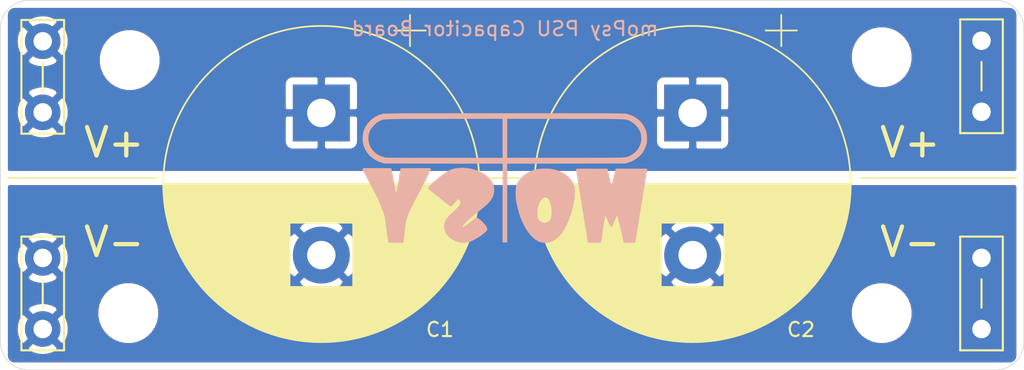
<source format=kicad_pcb>
(kicad_pcb (version 20171130) (host pcbnew 5.1.9+dfsg1-1)

  (general
    (thickness 1.6)
    (drawings 16)
    (tracks 0)
    (zones 0)
    (modules 11)
    (nets 3)
  )

  (page A4)
  (layers
    (0 F.Cu signal hide)
    (31 B.Cu signal hide)
    (32 B.Adhes user)
    (33 F.Adhes user)
    (34 B.Paste user)
    (35 F.Paste user)
    (36 B.SilkS user)
    (37 F.SilkS user)
    (38 B.Mask user)
    (39 F.Mask user)
    (40 Dwgs.User user)
    (41 Cmts.User user)
    (42 Eco1.User user)
    (43 Eco2.User user)
    (44 Edge.Cuts user)
    (45 Margin user)
    (46 B.CrtYd user)
    (47 F.CrtYd user)
    (48 B.Fab user)
    (49 F.Fab user)
  )

  (setup
    (last_trace_width 0.25)
    (trace_clearance 0.2)
    (zone_clearance 0.508)
    (zone_45_only no)
    (trace_min 0.2)
    (via_size 0.8)
    (via_drill 0.4)
    (via_min_size 0.4)
    (via_min_drill 0.3)
    (uvia_size 0.3)
    (uvia_drill 0.1)
    (uvias_allowed no)
    (uvia_min_size 0.2)
    (uvia_min_drill 0.1)
    (edge_width 0.05)
    (segment_width 0.2)
    (pcb_text_width 0.3)
    (pcb_text_size 1.5 1.5)
    (mod_edge_width 0.12)
    (mod_text_size 1 1)
    (mod_text_width 0.15)
    (pad_size 4 4)
    (pad_drill 2)
    (pad_to_mask_clearance 0)
    (aux_axis_origin 0 0)
    (grid_origin 119.38 63.5)
    (visible_elements FFFFFF7F)
    (pcbplotparams
      (layerselection 0x010fc_ffffffff)
      (usegerberextensions false)
      (usegerberattributes true)
      (usegerberadvancedattributes true)
      (creategerberjobfile true)
      (excludeedgelayer true)
      (linewidth 0.100000)
      (plotframeref false)
      (viasonmask false)
      (mode 1)
      (useauxorigin false)
      (hpglpennumber 1)
      (hpglpenspeed 20)
      (hpglpendiameter 15.000000)
      (psnegative false)
      (psa4output false)
      (plotreference true)
      (plotvalue true)
      (plotinvisibletext false)
      (padsonsilk false)
      (subtractmaskfromsilk false)
      (outputformat 1)
      (mirror false)
      (drillshape 1)
      (scaleselection 1)
      (outputdirectory ""))
  )

  (net 0 "")
  (net 1 VCC)
  (net 2 VEE)

  (net_class Default "This is the default net class."
    (clearance 0.2)
    (trace_width 0.25)
    (via_dia 0.8)
    (via_drill 0.4)
    (uvia_dia 0.3)
    (uvia_drill 0.1)
    (add_net VCC)
    (add_net VEE)
  )

  (module moPsy_KiCad:moPsy_logo_kicad_20x09_FSilk (layer B.Cu) (tedit 0) (tstamp 60CB3C53)
    (at 118.88 63 180)
    (fp_text reference Ref** (at 0 0) (layer B.SilkS) hide
      (effects (font (size 1.27 1.27) (thickness 0.15)) (justify mirror))
    )
    (fp_text value Val** (at 0 0) (layer B.SilkS) hide
      (effects (font (size 1.27 1.27) (thickness 0.15)) (justify mirror))
    )
    (fp_poly (pts (xy 0.724968 4.550822) (xy 1.398249 4.550786) (xy 2.031656 4.550719) (xy 2.626418 4.550617)
      (xy 3.183764 4.550475) (xy 3.704925 4.550288) (xy 4.191129 4.550052) (xy 4.643606 4.549761)
      (xy 5.063586 4.549412) (xy 5.452298 4.548998) (xy 5.810971 4.548515) (xy 6.140836 4.547959)
      (xy 6.44312 4.547325) (xy 6.719055 4.546608) (xy 6.96987 4.545802) (xy 7.196793 4.544904)
      (xy 7.401055 4.543908) (xy 7.583884 4.542809) (xy 7.746512 4.541604) (xy 7.890166 4.540286)
      (xy 8.016076 4.538852) (xy 8.125472 4.537296) (xy 8.219584 4.535613) (xy 8.299641 4.533799)
      (xy 8.366871 4.531849) (xy 8.422506 4.529759) (xy 8.467774 4.527522) (xy 8.503905 4.525135)
      (xy 8.532128 4.522593) (xy 8.553673 4.519891) (xy 8.568101 4.517373) (xy 8.836178 4.441458)
      (xy 9.085615 4.327934) (xy 9.314307 4.177896) (xy 9.455944 4.056474) (xy 9.64441 3.854743)
      (xy 9.792302 3.644835) (xy 9.901104 3.423378) (xy 9.9723 3.187) (xy 10.007375 2.932328)
      (xy 10.011834 2.794) (xy 10.002632 2.5833) (xy 9.972594 2.395483) (xy 9.918072 2.214743)
      (xy 9.835419 2.025275) (xy 9.833518 2.021417) (xy 9.698449 1.795003) (xy 9.529402 1.591415)
      (xy 9.329547 1.413186) (xy 9.102056 1.262844) (xy 8.850101 1.142921) (xy 8.646584 1.074349)
      (xy 8.47725 1.026638) (xy 0.169334 1.015178) (xy 0.169334 -4.529667) (xy -0.148166 -4.529667)
      (xy -0.148166 1.015178) (xy -4.302125 1.020908) (xy -8.456083 1.026638) (xy -8.625416 1.074349)
      (xy -8.872109 1.161995) (xy -9.107646 1.280861) (xy -9.323812 1.425765) (xy -9.512393 1.591525)
      (xy -9.601974 1.690424) (xy -9.705138 1.834167) (xy -9.801754 2.004025) (xy -9.88368 2.183811)
      (xy -9.942772 2.357335) (xy -9.948543 2.379344) (xy -9.973956 2.520766) (xy -9.987775 2.686754)
      (xy -9.987829 2.691583) (xy -9.589963 2.691583) (xy -9.553112 2.469097) (xy -9.479937 2.257607)
      (xy -9.372436 2.061039) (xy -9.232611 1.88332) (xy -9.062461 1.728376) (xy -8.863987 1.600136)
      (xy -8.721106 1.533108) (xy -8.689441 1.519993) (xy -8.660489 1.507947) (xy -8.632419 1.496925)
      (xy -8.603399 1.48688) (xy -8.571599 1.477767) (xy -8.535188 1.469539) (xy -8.492335 1.462149)
      (xy -8.441208 1.455553) (xy -8.379977 1.449703) (xy -8.306811 1.444554) (xy -8.21988 1.440059)
      (xy -8.117351 1.436173) (xy -7.997394 1.432848) (xy -7.858178 1.43004) (xy -7.697872 1.427702)
      (xy -7.514646 1.425787) (xy -7.306668 1.424251) (xy -7.072107 1.423045) (xy -6.809132 1.422125)
      (xy -6.515912 1.421444) (xy -6.190617 1.420957) (xy -5.831415 1.420616) (xy -5.436476 1.420376)
      (xy -5.003968 1.420191) (xy -4.532061 1.420014) (xy -4.228041 1.419892) (xy -0.148166 1.418167)
      (xy 0.169334 1.418167) (xy 4.234226 1.418167) (xy 4.726698 1.418194) (xy 5.178637 1.418284)
      (xy 5.591841 1.418451) (xy 5.968111 1.41871) (xy 6.309246 1.419074) (xy 6.617046 1.419559)
      (xy 6.89331 1.420178) (xy 7.139838 1.420945) (xy 7.35843 1.421875) (xy 7.550884 1.422982)
      (xy 7.719002 1.42428) (xy 7.864582 1.425783) (xy 7.989423 1.427507) (xy 8.095327 1.429464)
      (xy 8.184091 1.431669) (xy 8.257517 1.434136) (xy 8.317403 1.43688) (xy 8.365548 1.439915)
      (xy 8.403754 1.443255) (xy 8.433818 1.446914) (xy 8.457542 1.450907) (xy 8.460935 1.451591)
      (xy 8.704233 1.521507) (xy 8.925761 1.625481) (xy 9.122401 1.761713) (xy 9.291036 1.928406)
      (xy 9.294301 1.932276) (xy 9.433647 2.125963) (xy 9.532329 2.328434) (xy 9.591701 2.5433)
      (xy 9.613115 2.774172) (xy 9.613199 2.783417) (xy 9.598932 3.003302) (xy 9.551697 3.204024)
      (xy 9.46911 3.391128) (xy 9.348784 3.570163) (xy 9.206854 3.728379) (xy 9.111789 3.819742)
      (xy 9.030902 3.887529) (xy 8.951701 3.941046) (xy 8.861698 3.989595) (xy 8.845766 3.997376)
      (xy 8.80809 4.016225) (xy 8.775105 4.033543) (xy 8.74498 4.049396) (xy 8.715886 4.063852)
      (xy 8.685993 4.076977) (xy 8.653471 4.088839) (xy 8.61649 4.099504) (xy 8.573221 4.10904)
      (xy 8.521833 4.117513) (xy 8.460497 4.12499) (xy 8.387384 4.131539) (xy 8.300662 4.137225)
      (xy 8.198503 4.142117) (xy 8.079077 4.14628) (xy 7.940553 4.149782) (xy 7.781103 4.15269)
      (xy 7.598895 4.155071) (xy 7.392102 4.156991) (xy 7.158892 4.158518) (xy 6.897435 4.159719)
      (xy 6.605903 4.160659) (xy 6.282465 4.161408) (xy 5.925292 4.16203) (xy 5.532553 4.162594)
      (xy 5.102419 4.163166) (xy 4.63306 4.163813) (xy 4.280959 4.164345) (xy 0.169334 4.170864)
      (xy 0.169334 1.418167) (xy -0.148166 1.418167) (xy -0.148166 4.170864) (xy -4.259791 4.164345)
      (xy -4.757854 4.163606) (xy -5.215412 4.16299) (xy -5.634294 4.162429) (xy -6.016329 4.161856)
      (xy -6.363344 4.161202) (xy -6.677168 4.160399) (xy -6.959629 4.159381) (xy -7.212556 4.15808)
      (xy -7.437777 4.156427) (xy -7.637121 4.154356) (xy -7.812416 4.151797) (xy -7.96549 4.148684)
      (xy -8.098172 4.144949) (xy -8.21229 4.140525) (xy -8.309672 4.135342) (xy -8.392147 4.129335)
      (xy -8.461544 4.122434) (xy -8.51969 4.114573) (xy -8.568414 4.105684) (xy -8.609544 4.095698)
      (xy -8.64491 4.084548) (xy -8.676338 4.072167) (xy -8.705658 4.058487) (xy -8.734698 4.04344)
      (xy -8.765286 4.026958) (xy -8.799251 4.008973) (xy -8.8265 3.995215) (xy -8.995733 3.893211)
      (xy -9.155237 3.761595) (xy -9.298183 3.608347) (xy -9.417741 3.441446) (xy -9.50708 3.268872)
      (xy -9.546687 3.153833) (xy -9.588488 2.921137) (xy -9.589963 2.691583) (xy -9.987829 2.691583)
      (xy -9.989756 2.861094) (xy -9.979657 3.027571) (xy -9.960153 3.156745) (xy -9.887298 3.400781)
      (xy -9.777105 3.630875) (xy -9.633279 3.843459) (xy -9.459522 4.034968) (xy -9.25954 4.201835)
      (xy -9.037035 4.340494) (xy -8.795712 4.44738) (xy -8.546934 4.517373) (xy -8.530254 4.520221)
      (xy -8.50798 4.522904) (xy -8.478881 4.525427) (xy -8.441729 4.527796) (xy -8.395293 4.530015)
      (xy -8.338344 4.532088) (xy -8.269653 4.534022) (xy -8.18799 4.53582) (xy -8.092125 4.537487)
      (xy -7.98083 4.539028) (xy -7.852875 4.540449) (xy -7.70703 4.541753) (xy -7.542066 4.542945)
      (xy -7.356752 4.544031) (xy -7.149861 4.545015) (xy -6.920162 4.545902) (xy -6.666426 4.546697)
      (xy -6.387423 4.547405) (xy -6.081924 4.54803) (xy -5.7487 4.548577) (xy -5.38652 4.549051)
      (xy -4.994155 4.549456) (xy -4.570377 4.549799) (xy -4.113955 4.550083) (xy -3.62366 4.550313)
      (xy -3.098262 4.550494) (xy -2.536532 4.550631) (xy -1.937241 4.550728) (xy -1.299158 4.550792)
      (xy -0.621055 4.550825) (xy 0.010584 4.550833) (xy 0.724968 4.550822)) (layer B.SilkS) (width 0.01))
    (fp_poly (pts (xy 9.315038 0.697712) (xy 9.478989 0.696993) (xy 9.628256 0.695825) (xy 9.757655 0.694201)
      (xy 9.862003 0.69211) (xy 9.936116 0.689544) (xy 9.974812 0.686494) (xy 9.978352 0.685652)
      (xy 10.003895 0.656906) (xy 10.011834 0.61948) (xy 10.011359 0.606426) (xy 10.008912 0.591578)
      (xy 10.002959 0.571945) (xy 9.991962 0.544537) (xy 9.974389 0.506364) (xy 9.948704 0.454437)
      (xy 9.913371 0.385764) (xy 9.866856 0.297355) (xy 9.807624 0.186221) (xy 9.73414 0.049371)
      (xy 9.644869 -0.116184) (xy 9.538276 -0.313436) (xy 9.433043 -0.508) (xy 9.293289 -0.768435)
      (xy 9.172147 -0.999145) (xy 9.066463 -1.206714) (xy 8.973086 -1.397728) (xy 8.888865 -1.578772)
      (xy 8.810646 -1.756432) (xy 8.735279 -1.937292) (xy 8.668125 -2.106083) (xy 8.617012 -2.2372)
      (xy 8.574233 -2.348972) (xy 8.538522 -2.447042) (xy 8.508617 -2.53705) (xy 8.483254 -2.624639)
      (xy 8.461167 -2.715452) (xy 8.441094 -2.815129) (xy 8.42177 -2.929313) (xy 8.401931 -3.063646)
      (xy 8.380314 -3.22377) (xy 8.355653 -3.415327) (xy 8.330721 -3.612087) (xy 8.306398 -3.802174)
      (xy 8.283202 -3.979507) (xy 8.261756 -4.139619) (xy 8.242681 -4.278042) (xy 8.226599 -4.390311)
      (xy 8.214129 -4.471957) (xy 8.205894 -4.518513) (xy 8.203395 -4.527545) (xy 8.179308 -4.535898)
      (xy 8.117784 -4.542351) (xy 8.017642 -4.546955) (xy 7.877703 -4.549761) (xy 7.696786 -4.550821)
      (xy 7.672071 -4.550833) (xy 7.15514 -4.550833) (xy 7.14489 -4.503208) (xy 7.139711 -4.468248)
      (xy 7.131203 -4.398314) (xy 7.120171 -4.30056) (xy 7.107417 -4.182145) (xy 7.093744 -4.050223)
      (xy 7.09085 -4.021667) (xy 7.043447 -3.606205) (xy 6.989056 -3.230592) (xy 6.935215 -2.931583)
      (xy 6.904624 -2.817486) (xy 6.85159 -2.668794) (xy 6.776584 -2.486507) (xy 6.680083 -2.271623)
      (xy 6.562558 -2.025143) (xy 6.424485 -1.748064) (xy 6.266335 -1.441387) (xy 6.088584 -1.10611)
      (xy 5.9367 -0.8255) (xy 5.836351 -0.639554) (xy 5.736979 -0.451568) (xy 5.640731 -0.265908)
      (xy 5.549755 -0.08694) (xy 5.466199 0.080968) (xy 5.392211 0.23345) (xy 5.329938 0.366139)
      (xy 5.281529 0.474668) (xy 5.249131 0.554671) (xy 5.234988 0.601165) (xy 5.230546 0.652054)
      (xy 5.243841 0.676618) (xy 5.273194 0.687438) (xy 5.304038 0.689783) (xy 5.372823 0.691736)
      (xy 5.475155 0.69327) (xy 5.606643 0.694359) (xy 5.762894 0.694977) (xy 5.939517 0.695096)
      (xy 6.13212 0.694692) (xy 6.327906 0.693786) (xy 7.332395 0.687917) (xy 7.357709 0.600475)
      (xy 7.367659 0.555651) (xy 7.382291 0.47571) (xy 7.400488 0.367468) (xy 7.421128 0.237743)
      (xy 7.443093 0.09335) (xy 7.460261 -0.023941) (xy 7.491687 -0.23516) (xy 7.522604 -0.429222)
      (xy 7.552353 -0.602851) (xy 7.580272 -0.752772) (xy 7.6057 -0.875709) (xy 7.627977 -0.968385)
      (xy 7.646442 -1.027524) (xy 7.660433 -1.04985) (xy 7.666196 -1.044745) (xy 7.67337 -1.015822)
      (xy 7.687066 -0.949905) (xy 7.706389 -0.85168) (xy 7.730447 -0.725833) (xy 7.758348 -0.577048)
      (xy 7.789199 -0.410012) (xy 7.822108 -0.229409) (xy 7.832949 -0.169402) (xy 7.86644 0.013471)
      (xy 7.898553 0.183301) (xy 7.928358 0.335568) (xy 7.954925 0.465754) (xy 7.977324 0.569338)
      (xy 7.994625 0.641803) (xy 8.005898 0.678628) (xy 8.008202 0.682233) (xy 8.033917 0.6855)
      (xy 8.09678 0.68841) (xy 8.191609 0.690953) (xy 8.313219 0.693119) (xy 8.456429 0.6949)
      (xy 8.616053 0.696287) (xy 8.786909 0.69727) (xy 8.963815 0.697842) (xy 9.141585 0.697992)
      (xy 9.315038 0.697712)) (layer B.SilkS) (width 0.01))
    (fp_poly (pts (xy 3.1115 0.713489) (xy 3.322801 0.699127) (xy 3.508065 0.673515) (xy 3.676312 0.633356)
      (xy 3.836563 0.575352) (xy 3.997839 0.496205) (xy 4.169161 0.392618) (xy 4.359549 0.261293)
      (xy 4.370917 0.25308) (xy 4.597394 0.084934) (xy 4.799269 -0.073564) (xy 4.97482 -0.220768)
      (xy 5.122327 -0.355028) (xy 5.24007 -0.474698) (xy 5.326326 -0.57813) (xy 5.379377 -0.663677)
      (xy 5.3975 -0.729691) (xy 5.3975 -0.729822) (xy 5.387673 -0.757277) (xy 5.355582 -0.794947)
      (xy 5.297312 -0.846502) (xy 5.208947 -0.915613) (xy 5.161229 -0.951267) (xy 5.077688 -1.014512)
      (xy 4.969344 -1.098678) (xy 4.843947 -1.197622) (xy 4.709248 -1.305202) (xy 4.572997 -1.415276)
      (xy 4.482574 -1.489106) (xy 4.309607 -1.630199) (xy 4.166004 -1.745376) (xy 4.049182 -1.8365)
      (xy 3.956561 -1.905433) (xy 3.885559 -1.954039) (xy 3.833595 -1.98418) (xy 3.798087 -1.997719)
      (xy 3.778301 -1.997341) (xy 3.753844 -1.977206) (xy 3.709212 -1.930765) (xy 3.650625 -1.864806)
      (xy 3.584306 -1.78612) (xy 3.580368 -1.781327) (xy 3.48806 -1.67007) (xy 3.417548 -1.588745)
      (xy 3.364825 -1.533723) (xy 3.325882 -1.501376) (xy 3.296712 -1.488075) (xy 3.273306 -1.490192)
      (xy 3.264007 -1.494944) (xy 3.206162 -1.550167) (xy 3.159452 -1.628526) (xy 3.134395 -1.710831)
      (xy 3.132667 -1.734653) (xy 3.1422 -1.798504) (xy 3.172624 -1.869532) (xy 3.226675 -1.951439)
      (xy 3.307086 -2.047925) (xy 3.416595 -2.162688) (xy 3.532205 -2.275103) (xy 3.684106 -2.419845)
      (xy 3.808302 -2.539682) (xy 3.908233 -2.638381) (xy 3.987341 -2.719709) (xy 4.049065 -2.787434)
      (xy 4.096844 -2.845323) (xy 4.134119 -2.897144) (xy 4.164331 -2.946665) (xy 4.189718 -2.995206)
      (xy 4.251561 -3.167544) (xy 4.276789 -3.353354) (xy 4.265617 -3.545236) (xy 4.218262 -3.735792)
      (xy 4.164459 -3.862917) (xy 4.072051 -4.005561) (xy 3.944173 -4.141852) (xy 3.787665 -4.266802)
      (xy 3.609368 -4.375428) (xy 3.416124 -4.462742) (xy 3.280441 -4.507186) (xy 3.10634 -4.539923)
      (xy 2.914905 -4.54984) (xy 2.72445 -4.53695) (xy 2.57175 -4.506628) (xy 2.404655 -4.448679)
      (xy 2.218274 -4.364227) (xy 2.021387 -4.258458) (xy 1.822772 -4.136561) (xy 1.631212 -4.003724)
      (xy 1.455484 -3.865134) (xy 1.391709 -3.809354) (xy 1.311961 -3.731797) (xy 1.264942 -3.667386)
      (xy 1.248242 -3.60566) (xy 1.259448 -3.536156) (xy 1.296151 -3.448413) (xy 1.304585 -3.431266)
      (xy 1.349694 -3.358995) (xy 1.419234 -3.268987) (xy 1.504821 -3.170251) (xy 1.59807 -3.071794)
      (xy 1.690597 -2.982624) (xy 1.774017 -2.91175) (xy 1.815827 -2.881998) (xy 1.883741 -2.840244)
      (xy 1.939731 -2.813168) (xy 1.990352 -2.802632) (xy 2.042158 -2.810501) (xy 2.101702 -2.838638)
      (xy 2.175538 -2.888906) (xy 2.270221 -2.963169) (xy 2.360084 -3.036745) (xy 2.532607 -3.176537)
      (xy 2.675341 -3.287161) (xy 2.788818 -3.368992) (xy 2.873568 -3.422407) (xy 2.930124 -3.447781)
      (xy 2.945475 -3.450167) (xy 2.975415 -3.443341) (xy 2.980635 -3.419468) (xy 2.96012 -3.37345)
      (xy 2.916715 -3.305814) (xy 2.856718 -3.22695) (xy 2.776936 -3.137681) (xy 2.674988 -3.035834)
      (xy 2.548493 -2.919234) (xy 2.395067 -2.785708) (xy 2.212329 -2.633083) (xy 1.997898 -2.459184)
      (xy 1.926167 -2.401851) (xy 1.732223 -2.24642) (xy 1.568652 -2.113136) (xy 1.431958 -1.998746)
      (xy 1.318646 -1.899998) (xy 1.225221 -1.81364) (xy 1.148189 -1.736419) (xy 1.084053 -1.665082)
      (xy 1.029321 -1.596377) (xy 0.980495 -1.527051) (xy 0.971517 -1.513417) (xy 0.888695 -1.377674)
      (xy 0.831099 -1.259294) (xy 0.794198 -1.145527) (xy 0.77346 -1.023627) (xy 0.766666 -0.937148)
      (xy 0.766271 -0.751431) (xy 0.788704 -0.586981) (xy 0.837218 -0.42753) (xy 0.894461 -0.297781)
      (xy 1.001716 -0.124333) (xy 1.145939 0.038531) (xy 1.322633 0.18876) (xy 1.527303 0.324302)
      (xy 1.755452 0.443108) (xy 2.002583 0.543125) (xy 2.2642 0.622304) (xy 2.535807 0.678592)
      (xy 2.812908 0.70994) (xy 3.091005 0.714296) (xy 3.1115 0.713489)) (layer B.SilkS) (width 0.01))
    (fp_poly (pts (xy -2.65037 0.656821) (xy -2.475449 0.646011) (xy -2.325596 0.627783) (xy -2.313967 0.625809)
      (xy -2.019058 0.557144) (xy -1.749274 0.459275) (xy -1.506498 0.333671) (xy -1.292614 0.1818)
      (xy -1.109507 0.005132) (xy -0.95906 -0.194865) (xy -0.843157 -0.416723) (xy -0.790243 -0.562102)
      (xy -0.769934 -0.658438) (xy -0.756446 -0.78753) (xy -0.749695 -0.94037) (xy -0.749596 -1.107947)
      (xy -0.756062 -1.281253) (xy -0.76901 -1.451276) (xy -0.788354 -1.609009) (xy -0.80083 -1.68275)
      (xy -0.888328 -2.091032) (xy -0.990716 -2.465509) (xy -1.110051 -2.812718) (xy -1.248391 -3.139195)
      (xy -1.280543 -3.20675) (xy -1.43842 -3.504849) (xy -1.605478 -3.768227) (xy -1.780508 -3.995616)
      (xy -1.962305 -4.18575) (xy -2.14966 -4.337361) (xy -2.341365 -4.449182) (xy -2.530524 -4.518482)
      (xy -2.641725 -4.537946) (xy -2.776448 -4.547411) (xy -2.918161 -4.546889) (xy -3.050333 -4.536388)
      (xy -3.148527 -4.518128) (xy -3.339435 -4.446122) (xy -3.528559 -4.334676) (xy -3.712395 -4.186646)
      (xy -3.887439 -4.004891) (xy -4.050186 -3.792267) (xy -4.06427 -3.771475) (xy -4.206364 -3.537242)
      (xy -4.342133 -3.270589) (xy -4.469164 -2.979265) (xy -4.585045 -2.671018) (xy -4.653103 -2.459885)
      (xy -3.280748 -2.459885) (xy -3.27511 -2.619467) (xy -3.25652 -2.747986) (xy -3.222661 -2.855358)
      (xy -3.171219 -2.951493) (xy -3.163055 -2.963777) (xy -3.078259 -3.052783) (xy -2.968783 -3.112369)
      (xy -2.841861 -3.140933) (xy -2.704725 -3.136872) (xy -2.564609 -3.098583) (xy -2.561166 -3.097188)
      (xy -2.456196 -3.033996) (xy -2.372016 -2.93724) (xy -2.324578 -2.84972) (xy -2.304623 -2.801596)
      (xy -2.290943 -2.754672) (xy -2.282421 -2.699573) (xy -2.277943 -2.626928) (xy -2.276396 -2.527363)
      (xy -2.27643 -2.44475) (xy -2.277676 -2.320233) (xy -2.281407 -2.22646) (xy -2.289091 -2.151851)
      (xy -2.302194 -2.084828) (xy -2.322184 -2.013814) (xy -2.336763 -1.9685) (xy -2.41052 -1.773506)
      (xy -2.490661 -1.617801) (xy -2.578709 -1.498617) (xy -2.615805 -1.461173) (xy -2.715169 -1.387474)
      (xy -2.809213 -1.35557) (xy -2.899681 -1.365518) (xy -2.988315 -1.417372) (xy -3.046964 -1.47493)
      (xy -3.116044 -1.578471) (xy -3.174851 -1.717683) (xy -3.22203 -1.886856) (xy -3.256226 -2.080277)
      (xy -3.276082 -2.292236) (xy -3.280748 -2.459885) (xy -4.653103 -2.459885) (xy -4.687366 -2.353597)
      (xy -4.773713 -2.03475) (xy -4.841676 -1.722225) (xy -4.888842 -1.423771) (xy -4.912799 -1.147136)
      (xy -4.915365 -1.037167) (xy -4.909153 -0.835939) (xy -4.888249 -0.663731) (xy -4.850162 -0.509023)
      (xy -4.792403 -0.3603) (xy -4.750777 -0.275791) (xy -4.625629 -0.082146) (xy -4.464253 0.094173)
      (xy -4.269912 0.251091) (xy -4.04587 0.38653) (xy -3.79539 0.498414) (xy -3.521735 0.584666)
      (xy -3.33375 0.62586) (xy -3.192049 0.644732) (xy -3.022019 0.656182) (xy -2.83701 0.660211)
      (xy -2.65037 0.656821)) (layer B.SilkS) (width 0.01))
    (fp_poly (pts (xy -7.776642 0.597958) (xy -7.767352 0.559956) (xy -7.749398 0.48827) (xy -7.72463 0.390222)
      (xy -7.694898 0.273133) (xy -7.662054 0.144328) (xy -7.657625 0.127) (xy -7.623775 -0.0055)
      (xy -7.592065 -0.129787) (xy -7.56454 -0.237832) (xy -7.543247 -0.321606) (xy -7.53023 -0.37308)
      (xy -7.529571 -0.375708) (xy -7.512883 -0.430171) (xy -7.497203 -0.462143) (xy -7.492223 -0.465667)
      (xy -7.477067 -0.444943) (xy -7.45564 -0.383517) (xy -7.428237 -0.282509) (xy -7.395155 -0.143037)
      (xy -7.356692 0.03378) (xy -7.345698 0.086448) (xy -7.319699 0.207885) (xy -7.29291 0.326016)
      (xy -7.26808 0.429163) (xy -7.247955 0.505647) (xy -7.243638 0.520364) (xy -7.205518 0.645583)
      (xy -6.110418 0.651066) (xy -5.863439 0.65217) (xy -5.655524 0.652755) (xy -5.483404 0.652744)
      (xy -5.343813 0.652065) (xy -5.233482 0.650642) (xy -5.149145 0.6484) (xy -5.087533 0.645267)
      (xy -5.045379 0.641167) (xy -5.019416 0.636025) (xy -5.006375 0.629768) (xy -5.003537 0.625849)
      (xy -5.005867 0.602802) (xy -5.014577 0.541083) (xy -5.029166 0.443792) (xy -5.049131 0.314027)
      (xy -5.073969 0.154888) (xy -5.103179 -0.030527) (xy -5.136257 -0.23912) (xy -5.172702 -0.46779)
      (xy -5.212011 -0.71344) (xy -5.253682 -0.972971) (xy -5.297212 -1.243283) (xy -5.342099 -1.521278)
      (xy -5.387841 -1.803857) (xy -5.433935 -2.087922) (xy -5.479879 -2.370373) (xy -5.525171 -2.648112)
      (xy -5.569307 -2.918039) (xy -5.611787 -3.177056) (xy -5.652107 -3.422065) (xy -5.689765 -3.649966)
      (xy -5.724259 -3.85766) (xy -5.755086 -4.042049) (xy -5.781744 -4.200034) (xy -5.803731 -4.328516)
      (xy -5.820544 -4.424396) (xy -5.831681 -4.484575) (xy -5.833388 -4.493049) (xy -5.84555 -4.551681)
      (xy -6.282983 -4.545966) (xy -6.720416 -4.54025) (xy -6.757021 -4.429932) (xy -6.771864 -4.371607)
      (xy -6.789477 -4.280942) (xy -6.808206 -4.1677) (xy -6.826401 -4.041641) (xy -6.837613 -3.953682)
      (xy -6.855263 -3.818653) (xy -6.878892 -3.655014) (xy -6.906493 -3.475729) (xy -6.93606 -3.293762)
      (xy -6.965586 -3.122075) (xy -6.970943 -3.09215) (xy -7.060285 -2.596551) (xy -7.242 -3.018067)
      (xy -7.304285 -3.161066) (xy -7.353153 -3.269292) (xy -7.390995 -3.347244) (xy -7.420197 -3.399419)
      (xy -7.443149 -3.430317) (xy -7.46224 -3.444438) (xy -7.469427 -3.446411) (xy -7.483823 -3.448614)
      (xy -7.496194 -3.447558) (xy -7.508741 -3.438975) (xy -7.523668 -3.418597) (xy -7.543175 -3.382158)
      (xy -7.569466 -3.325388) (xy -7.604743 -3.244022) (xy -7.651208 -3.133792) (xy -7.711063 -2.99043)
      (xy -7.7377 -2.926563) (xy -7.781781 -2.82286) (xy -7.820886 -2.734538) (xy -7.851924 -2.668299)
      (xy -7.871801 -2.630842) (xy -7.876881 -2.624938) (xy -7.888681 -2.64476) (xy -7.908594 -2.701757)
      (xy -7.935558 -2.791776) (xy -7.968512 -2.910661) (xy -8.006396 -3.054262) (xy -8.04815 -3.218423)
      (xy -8.092711 -3.398992) (xy -8.139021 -3.591816) (xy -8.186018 -3.79274) (xy -8.232641 -3.997613)
      (xy -8.266833 -4.151853) (xy -8.292371 -4.266929) (xy -8.315658 -4.369024) (xy -8.334843 -4.450238)
      (xy -8.348077 -4.50267) (xy -8.352371 -4.516978) (xy -8.361809 -4.529078) (xy -8.383262 -4.537957)
      (xy -8.422399 -4.544091) (xy -8.484895 -4.547957) (xy -8.57642 -4.550031) (xy -8.702646 -4.55079)
      (xy -8.755205 -4.550833) (xy -8.892425 -4.550684) (xy -8.993266 -4.549773) (xy -9.063682 -4.547403)
      (xy -9.109626 -4.542879) (xy -9.137052 -4.535505) (xy -9.151915 -4.524583) (xy -9.160169 -4.509419)
      (xy -9.162514 -4.503208) (xy -9.17253 -4.4637) (xy -9.1864 -4.392786) (xy -9.202188 -4.300996)
      (xy -9.216007 -4.212167) (xy -9.244517 -4.023149) (xy -9.280026 -3.793978) (xy -9.322284 -3.526206)
      (xy -9.371038 -3.221386) (xy -9.426038 -2.881073) (xy -9.487032 -2.506819) (xy -9.553767 -2.100178)
      (xy -9.625994 -1.662703) (xy -9.703461 -1.195949) (xy -9.727166 -1.053562) (xy -9.769478 -0.798751)
      (xy -9.809688 -0.554983) (xy -9.847254 -0.325643) (xy -9.881634 -0.114117) (xy -9.912286 0.076209)
      (xy -9.938668 0.241949) (xy -9.960237 0.379717) (xy -9.976452 0.486127) (xy -9.986771 0.557793)
      (xy -9.99065 0.59133) (xy -9.990666 0.592146) (xy -9.990666 0.656167) (xy -7.79014 0.656167)
      (xy -7.776642 0.597958)) (layer B.SilkS) (width 0.01))
  )

  (module MountingHole:MountingHole_3.2mm_M3 (layer F.Cu) (tedit 56D1B4CB) (tstamp 60CB39B5)
    (at 145.38 54.5)
    (descr "Mounting Hole 3.2mm, no annular, M3")
    (tags "mounting hole 3.2mm no annular m3")
    (attr virtual)
    (fp_text reference REF** (at 0 -4.2) (layer F.SilkS) hide
      (effects (font (size 1 1) (thickness 0.15)))
    )
    (fp_text value MountingHole_3.2mm_M3 (at 0 4.2) (layer F.Fab)
      (effects (font (size 1 1) (thickness 0.15)))
    )
    (fp_circle (center 0 0) (end 3.2 0) (layer Cmts.User) (width 0.15))
    (fp_circle (center 0 0) (end 3.45 0) (layer F.CrtYd) (width 0.05))
    (fp_text user %R (at 0.3 0) (layer F.Fab)
      (effects (font (size 1 1) (thickness 0.15)))
    )
    (pad 1 np_thru_hole circle (at 0 0) (size 3.2 3.2) (drill 3.2) (layers *.Cu *.Mask))
  )

  (module MountingHole:MountingHole_3.2mm_M3 (layer F.Cu) (tedit 56D1B4CB) (tstamp 60CB39A7)
    (at 145.38 72.5)
    (descr "Mounting Hole 3.2mm, no annular, M3")
    (tags "mounting hole 3.2mm no annular m3")
    (attr virtual)
    (fp_text reference REF** (at 0 -4.2) (layer F.SilkS) hide
      (effects (font (size 1 1) (thickness 0.15)))
    )
    (fp_text value MountingHole_3.2mm_M3 (at 0 4.2) (layer F.Fab)
      (effects (font (size 1 1) (thickness 0.15)))
    )
    (fp_circle (center 0 0) (end 3.45 0) (layer F.CrtYd) (width 0.05))
    (fp_circle (center 0 0) (end 3.2 0) (layer Cmts.User) (width 0.15))
    (fp_text user %R (at 0.3 0) (layer F.Fab)
      (effects (font (size 1 1) (thickness 0.15)))
    )
    (pad 1 np_thru_hole circle (at 0 0) (size 3.2 3.2) (drill 3.2) (layers *.Cu *.Mask))
  )

  (module MountingHole:MountingHole_3.2mm_M3 (layer F.Cu) (tedit 56D1B4CB) (tstamp 60CB3999)
    (at 92.38 72.5)
    (descr "Mounting Hole 3.2mm, no annular, M3")
    (tags "mounting hole 3.2mm no annular m3")
    (attr virtual)
    (fp_text reference REF** (at 0 -4.2) (layer F.SilkS) hide
      (effects (font (size 1 1) (thickness 0.15)))
    )
    (fp_text value MountingHole_3.2mm_M3 (at 0 4.2) (layer F.Fab)
      (effects (font (size 1 1) (thickness 0.15)))
    )
    (fp_circle (center 0 0) (end 3.2 0) (layer Cmts.User) (width 0.15))
    (fp_circle (center 0 0) (end 3.45 0) (layer F.CrtYd) (width 0.05))
    (fp_text user %R (at 0.3 0) (layer F.Fab)
      (effects (font (size 1 1) (thickness 0.15)))
    )
    (pad 1 np_thru_hole circle (at 0 0) (size 3.2 3.2) (drill 3.2) (layers *.Cu *.Mask))
  )

  (module MountingHole:MountingHole_3.2mm_M3 (layer F.Cu) (tedit 56D1B4CB) (tstamp 60CB3915)
    (at 92.48 54.7)
    (descr "Mounting Hole 3.2mm, no annular, M3")
    (tags "mounting hole 3.2mm no annular m3")
    (attr virtual)
    (fp_text reference REF** (at 0 -4.2) (layer F.SilkS) hide
      (effects (font (size 1 1) (thickness 0.15)))
    )
    (fp_text value MountingHole_3.2mm_M3 (at 0 4.2) (layer F.Fab)
      (effects (font (size 1 1) (thickness 0.15)))
    )
    (fp_circle (center 0 0) (end 3.45 0) (layer F.CrtYd) (width 0.05))
    (fp_circle (center 0 0) (end 3.2 0) (layer Cmts.User) (width 0.15))
    (fp_text user %R (at 0.3 0) (layer F.Fab)
      (effects (font (size 1 1) (thickness 0.15)))
    )
    (pad 1 np_thru_hole circle (at 0 0) (size 3.2 3.2) (drill 3.2) (layers *.Cu *.Mask))
  )

  (module Capacitor_THT:CP_Radial_D22.0mm_P10.00mm_SnapIn (layer F.Cu) (tedit 60CA60F4) (tstamp 60CABF7E)
    (at 105.959338 58.42 270)
    (descr "CP, Radial series, Radial, pin pitch=10.00mm, , diameter=22mm, Electrolytic Capacitor, , http://www.vishay.com/docs/28342/058059pll-si.pdf")
    (tags "CP Radial series Radial pin pitch 10.00mm  diameter 22mm Electrolytic Capacitor")
    (path /60CA55EA)
    (fp_text reference C1 (at 15.24 -8.340662 180) (layer F.SilkS)
      (effects (font (size 1 1) (thickness 0.15)))
    )
    (fp_text value CP (at 5 12.25 90) (layer F.Fab)
      (effects (font (size 1 1) (thickness 0.15)))
    )
    (fp_circle (center 5 0) (end 16 0) (layer F.Fab) (width 0.1))
    (fp_circle (center 5 0) (end 16.12 0) (layer F.SilkS) (width 0.12))
    (fp_circle (center 5 0) (end 16.25 0) (layer F.CrtYd) (width 0.05))
    (fp_line (start -4.461475 -4.8275) (end -2.261475 -4.8275) (layer F.Fab) (width 0.1))
    (fp_line (start -3.361475 -5.9275) (end -3.361475 -3.7275) (layer F.Fab) (width 0.1))
    (fp_line (start 5 -11.081) (end 5 11.081) (layer F.SilkS) (width 0.12))
    (fp_line (start 5.04 -11.08) (end 5.04 11.08) (layer F.SilkS) (width 0.12))
    (fp_line (start 5.08 -11.08) (end 5.08 11.08) (layer F.SilkS) (width 0.12))
    (fp_line (start 5.12 -11.08) (end 5.12 11.08) (layer F.SilkS) (width 0.12))
    (fp_line (start 5.16 -11.079) (end 5.16 11.079) (layer F.SilkS) (width 0.12))
    (fp_line (start 5.2 -11.079) (end 5.2 11.079) (layer F.SilkS) (width 0.12))
    (fp_line (start 5.24 -11.078) (end 5.24 11.078) (layer F.SilkS) (width 0.12))
    (fp_line (start 5.28 -11.077) (end 5.28 11.077) (layer F.SilkS) (width 0.12))
    (fp_line (start 5.32 -11.076) (end 5.32 11.076) (layer F.SilkS) (width 0.12))
    (fp_line (start 5.36 -11.075) (end 5.36 11.075) (layer F.SilkS) (width 0.12))
    (fp_line (start 5.4 -11.073) (end 5.4 11.073) (layer F.SilkS) (width 0.12))
    (fp_line (start 5.44 -11.072) (end 5.44 11.072) (layer F.SilkS) (width 0.12))
    (fp_line (start 5.48 -11.07) (end 5.48 11.07) (layer F.SilkS) (width 0.12))
    (fp_line (start 5.52 -11.068) (end 5.52 11.068) (layer F.SilkS) (width 0.12))
    (fp_line (start 5.56 -11.066) (end 5.56 11.066) (layer F.SilkS) (width 0.12))
    (fp_line (start 5.6 -11.064) (end 5.6 11.064) (layer F.SilkS) (width 0.12))
    (fp_line (start 5.64 -11.062) (end 5.64 11.062) (layer F.SilkS) (width 0.12))
    (fp_line (start 5.68 -11.06) (end 5.68 11.06) (layer F.SilkS) (width 0.12))
    (fp_line (start 5.721 -11.057) (end 5.721 11.057) (layer F.SilkS) (width 0.12))
    (fp_line (start 5.761 -11.054) (end 5.761 11.054) (layer F.SilkS) (width 0.12))
    (fp_line (start 5.801 -11.052) (end 5.801 11.052) (layer F.SilkS) (width 0.12))
    (fp_line (start 5.841 -11.049) (end 5.841 11.049) (layer F.SilkS) (width 0.12))
    (fp_line (start 5.881 -11.046) (end 5.881 11.046) (layer F.SilkS) (width 0.12))
    (fp_line (start 5.921 -11.042) (end 5.921 11.042) (layer F.SilkS) (width 0.12))
    (fp_line (start 5.961 -11.039) (end 5.961 11.039) (layer F.SilkS) (width 0.12))
    (fp_line (start 6.001 -11.035) (end 6.001 11.035) (layer F.SilkS) (width 0.12))
    (fp_line (start 6.041 -11.032) (end 6.041 11.032) (layer F.SilkS) (width 0.12))
    (fp_line (start 6.081 -11.028) (end 6.081 11.028) (layer F.SilkS) (width 0.12))
    (fp_line (start 6.121 -11.024) (end 6.121 11.024) (layer F.SilkS) (width 0.12))
    (fp_line (start 6.161 -11.02) (end 6.161 11.02) (layer F.SilkS) (width 0.12))
    (fp_line (start 6.201 -11.016) (end 6.201 11.016) (layer F.SilkS) (width 0.12))
    (fp_line (start 6.241 -11.011) (end 6.241 11.011) (layer F.SilkS) (width 0.12))
    (fp_line (start 6.281 -11.007) (end 6.281 11.007) (layer F.SilkS) (width 0.12))
    (fp_line (start 6.321 -11.002) (end 6.321 11.002) (layer F.SilkS) (width 0.12))
    (fp_line (start 6.361 -10.997) (end 6.361 10.997) (layer F.SilkS) (width 0.12))
    (fp_line (start 6.401 -10.992) (end 6.401 10.992) (layer F.SilkS) (width 0.12))
    (fp_line (start 6.441 -10.987) (end 6.441 10.987) (layer F.SilkS) (width 0.12))
    (fp_line (start 6.481 -10.982) (end 6.481 10.982) (layer F.SilkS) (width 0.12))
    (fp_line (start 6.521 -10.976) (end 6.521 10.976) (layer F.SilkS) (width 0.12))
    (fp_line (start 6.561 -10.971) (end 6.561 10.971) (layer F.SilkS) (width 0.12))
    (fp_line (start 6.601 -10.965) (end 6.601 10.965) (layer F.SilkS) (width 0.12))
    (fp_line (start 6.641 -10.959) (end 6.641 10.959) (layer F.SilkS) (width 0.12))
    (fp_line (start 6.681 -10.953) (end 6.681 10.953) (layer F.SilkS) (width 0.12))
    (fp_line (start 6.721 -10.947) (end 6.721 10.947) (layer F.SilkS) (width 0.12))
    (fp_line (start 6.761 -10.94) (end 6.761 10.94) (layer F.SilkS) (width 0.12))
    (fp_line (start 6.801 -10.934) (end 6.801 10.934) (layer F.SilkS) (width 0.12))
    (fp_line (start 6.841 -10.927) (end 6.841 10.927) (layer F.SilkS) (width 0.12))
    (fp_line (start 6.881 -10.92) (end 6.881 10.92) (layer F.SilkS) (width 0.12))
    (fp_line (start 6.921 -10.913) (end 6.921 10.913) (layer F.SilkS) (width 0.12))
    (fp_line (start 6.961 -10.906) (end 6.961 10.906) (layer F.SilkS) (width 0.12))
    (fp_line (start 7.001 -10.899) (end 7.001 10.899) (layer F.SilkS) (width 0.12))
    (fp_line (start 7.041 -10.892) (end 7.041 10.892) (layer F.SilkS) (width 0.12))
    (fp_line (start 7.081 -10.884) (end 7.081 10.884) (layer F.SilkS) (width 0.12))
    (fp_line (start 7.121 -10.877) (end 7.121 10.877) (layer F.SilkS) (width 0.12))
    (fp_line (start 7.161 -10.869) (end 7.161 10.869) (layer F.SilkS) (width 0.12))
    (fp_line (start 7.201 -10.861) (end 7.201 10.861) (layer F.SilkS) (width 0.12))
    (fp_line (start 7.241 -10.853) (end 7.241 10.853) (layer F.SilkS) (width 0.12))
    (fp_line (start 7.281 -10.844) (end 7.281 10.844) (layer F.SilkS) (width 0.12))
    (fp_line (start 7.321 -10.836) (end 7.321 10.836) (layer F.SilkS) (width 0.12))
    (fp_line (start 7.361 -10.827) (end 7.361 10.827) (layer F.SilkS) (width 0.12))
    (fp_line (start 7.401 -10.818) (end 7.401 10.818) (layer F.SilkS) (width 0.12))
    (fp_line (start 7.441 -10.809) (end 7.441 10.809) (layer F.SilkS) (width 0.12))
    (fp_line (start 7.481 -10.8) (end 7.481 10.8) (layer F.SilkS) (width 0.12))
    (fp_line (start 7.521 -10.791) (end 7.521 10.791) (layer F.SilkS) (width 0.12))
    (fp_line (start 7.561 -10.782) (end 7.561 10.782) (layer F.SilkS) (width 0.12))
    (fp_line (start 7.601 -10.772) (end 7.601 10.772) (layer F.SilkS) (width 0.12))
    (fp_line (start 7.641 -10.763) (end 7.641 10.763) (layer F.SilkS) (width 0.12))
    (fp_line (start 7.681 -10.753) (end 7.681 10.753) (layer F.SilkS) (width 0.12))
    (fp_line (start 7.721 -10.743) (end 7.721 10.743) (layer F.SilkS) (width 0.12))
    (fp_line (start 7.761 -10.733) (end 7.761 -2.24) (layer F.SilkS) (width 0.12))
    (fp_line (start 7.761 2.24) (end 7.761 10.733) (layer F.SilkS) (width 0.12))
    (fp_line (start 7.801 -10.722) (end 7.801 -2.24) (layer F.SilkS) (width 0.12))
    (fp_line (start 7.801 2.24) (end 7.801 10.722) (layer F.SilkS) (width 0.12))
    (fp_line (start 7.841 -10.712) (end 7.841 -2.24) (layer F.SilkS) (width 0.12))
    (fp_line (start 7.841 2.24) (end 7.841 10.712) (layer F.SilkS) (width 0.12))
    (fp_line (start 7.881 -10.701) (end 7.881 -2.24) (layer F.SilkS) (width 0.12))
    (fp_line (start 7.881 2.24) (end 7.881 10.701) (layer F.SilkS) (width 0.12))
    (fp_line (start 7.921 -10.69) (end 7.921 -2.24) (layer F.SilkS) (width 0.12))
    (fp_line (start 7.921 2.24) (end 7.921 10.69) (layer F.SilkS) (width 0.12))
    (fp_line (start 7.961 -10.679) (end 7.961 -2.24) (layer F.SilkS) (width 0.12))
    (fp_line (start 7.961 2.24) (end 7.961 10.679) (layer F.SilkS) (width 0.12))
    (fp_line (start 8.001 -10.668) (end 8.001 -2.24) (layer F.SilkS) (width 0.12))
    (fp_line (start 8.001 2.24) (end 8.001 10.668) (layer F.SilkS) (width 0.12))
    (fp_line (start 8.041 -10.657) (end 8.041 -2.24) (layer F.SilkS) (width 0.12))
    (fp_line (start 8.041 2.24) (end 8.041 10.657) (layer F.SilkS) (width 0.12))
    (fp_line (start 8.081 -10.645) (end 8.081 -2.24) (layer F.SilkS) (width 0.12))
    (fp_line (start 8.081 2.24) (end 8.081 10.645) (layer F.SilkS) (width 0.12))
    (fp_line (start 8.121 -10.634) (end 8.121 -2.24) (layer F.SilkS) (width 0.12))
    (fp_line (start 8.121 2.24) (end 8.121 10.634) (layer F.SilkS) (width 0.12))
    (fp_line (start 8.161 -10.622) (end 8.161 -2.24) (layer F.SilkS) (width 0.12))
    (fp_line (start 8.161 2.24) (end 8.161 10.622) (layer F.SilkS) (width 0.12))
    (fp_line (start 8.201 -10.61) (end 8.201 -2.24) (layer F.SilkS) (width 0.12))
    (fp_line (start 8.201 2.24) (end 8.201 10.61) (layer F.SilkS) (width 0.12))
    (fp_line (start 8.241 -10.598) (end 8.241 -2.24) (layer F.SilkS) (width 0.12))
    (fp_line (start 8.241 2.24) (end 8.241 10.598) (layer F.SilkS) (width 0.12))
    (fp_line (start 8.281 -10.586) (end 8.281 -2.24) (layer F.SilkS) (width 0.12))
    (fp_line (start 8.281 2.24) (end 8.281 10.586) (layer F.SilkS) (width 0.12))
    (fp_line (start 8.321 -10.573) (end 8.321 -2.24) (layer F.SilkS) (width 0.12))
    (fp_line (start 8.321 2.24) (end 8.321 10.573) (layer F.SilkS) (width 0.12))
    (fp_line (start 8.361 -10.561) (end 8.361 -2.24) (layer F.SilkS) (width 0.12))
    (fp_line (start 8.361 2.24) (end 8.361 10.561) (layer F.SilkS) (width 0.12))
    (fp_line (start 8.401 -10.548) (end 8.401 -2.24) (layer F.SilkS) (width 0.12))
    (fp_line (start 8.401 2.24) (end 8.401 10.548) (layer F.SilkS) (width 0.12))
    (fp_line (start 8.441 -10.535) (end 8.441 -2.24) (layer F.SilkS) (width 0.12))
    (fp_line (start 8.441 2.24) (end 8.441 10.535) (layer F.SilkS) (width 0.12))
    (fp_line (start 8.481 -10.522) (end 8.481 -2.24) (layer F.SilkS) (width 0.12))
    (fp_line (start 8.481 2.24) (end 8.481 10.522) (layer F.SilkS) (width 0.12))
    (fp_line (start 8.521 -10.509) (end 8.521 -2.24) (layer F.SilkS) (width 0.12))
    (fp_line (start 8.521 2.24) (end 8.521 10.509) (layer F.SilkS) (width 0.12))
    (fp_line (start 8.561 -10.495) (end 8.561 -2.24) (layer F.SilkS) (width 0.12))
    (fp_line (start 8.561 2.24) (end 8.561 10.495) (layer F.SilkS) (width 0.12))
    (fp_line (start 8.601 -10.482) (end 8.601 -2.24) (layer F.SilkS) (width 0.12))
    (fp_line (start 8.601 2.24) (end 8.601 10.482) (layer F.SilkS) (width 0.12))
    (fp_line (start 8.641 -10.468) (end 8.641 -2.24) (layer F.SilkS) (width 0.12))
    (fp_line (start 8.641 2.24) (end 8.641 10.468) (layer F.SilkS) (width 0.12))
    (fp_line (start 8.681 -10.454) (end 8.681 -2.24) (layer F.SilkS) (width 0.12))
    (fp_line (start 8.681 2.24) (end 8.681 10.454) (layer F.SilkS) (width 0.12))
    (fp_line (start 8.721 -10.44) (end 8.721 -2.24) (layer F.SilkS) (width 0.12))
    (fp_line (start 8.721 2.24) (end 8.721 10.44) (layer F.SilkS) (width 0.12))
    (fp_line (start 8.761 -10.426) (end 8.761 -2.24) (layer F.SilkS) (width 0.12))
    (fp_line (start 8.761 2.24) (end 8.761 10.426) (layer F.SilkS) (width 0.12))
    (fp_line (start 8.801 -10.411) (end 8.801 -2.24) (layer F.SilkS) (width 0.12))
    (fp_line (start 8.801 2.24) (end 8.801 10.411) (layer F.SilkS) (width 0.12))
    (fp_line (start 8.841 -10.396) (end 8.841 -2.24) (layer F.SilkS) (width 0.12))
    (fp_line (start 8.841 2.24) (end 8.841 10.396) (layer F.SilkS) (width 0.12))
    (fp_line (start 8.881 -10.382) (end 8.881 -2.24) (layer F.SilkS) (width 0.12))
    (fp_line (start 8.881 2.24) (end 8.881 10.382) (layer F.SilkS) (width 0.12))
    (fp_line (start 8.921 -10.367) (end 8.921 -2.24) (layer F.SilkS) (width 0.12))
    (fp_line (start 8.921 2.24) (end 8.921 10.367) (layer F.SilkS) (width 0.12))
    (fp_line (start 8.961 -10.351) (end 8.961 -2.24) (layer F.SilkS) (width 0.12))
    (fp_line (start 8.961 2.24) (end 8.961 10.351) (layer F.SilkS) (width 0.12))
    (fp_line (start 9.001 -10.336) (end 9.001 -2.24) (layer F.SilkS) (width 0.12))
    (fp_line (start 9.001 2.24) (end 9.001 10.336) (layer F.SilkS) (width 0.12))
    (fp_line (start 9.041 -10.321) (end 9.041 -2.24) (layer F.SilkS) (width 0.12))
    (fp_line (start 9.041 2.24) (end 9.041 10.321) (layer F.SilkS) (width 0.12))
    (fp_line (start 9.081 -10.305) (end 9.081 -2.24) (layer F.SilkS) (width 0.12))
    (fp_line (start 9.081 2.24) (end 9.081 10.305) (layer F.SilkS) (width 0.12))
    (fp_line (start 9.121 -10.289) (end 9.121 -2.24) (layer F.SilkS) (width 0.12))
    (fp_line (start 9.121 2.24) (end 9.121 10.289) (layer F.SilkS) (width 0.12))
    (fp_line (start 9.161 -10.273) (end 9.161 -2.24) (layer F.SilkS) (width 0.12))
    (fp_line (start 9.161 2.24) (end 9.161 10.273) (layer F.SilkS) (width 0.12))
    (fp_line (start 9.201 -10.257) (end 9.201 -2.24) (layer F.SilkS) (width 0.12))
    (fp_line (start 9.201 2.24) (end 9.201 10.257) (layer F.SilkS) (width 0.12))
    (fp_line (start 9.241 -10.24) (end 9.241 -2.24) (layer F.SilkS) (width 0.12))
    (fp_line (start 9.241 2.24) (end 9.241 10.24) (layer F.SilkS) (width 0.12))
    (fp_line (start 9.281 -10.224) (end 9.281 -2.24) (layer F.SilkS) (width 0.12))
    (fp_line (start 9.281 2.24) (end 9.281 10.224) (layer F.SilkS) (width 0.12))
    (fp_line (start 9.321 -10.207) (end 9.321 -2.24) (layer F.SilkS) (width 0.12))
    (fp_line (start 9.321 2.24) (end 9.321 10.207) (layer F.SilkS) (width 0.12))
    (fp_line (start 9.361 -10.19) (end 9.361 -2.24) (layer F.SilkS) (width 0.12))
    (fp_line (start 9.361 2.24) (end 9.361 10.19) (layer F.SilkS) (width 0.12))
    (fp_line (start 9.401 -10.173) (end 9.401 -2.24) (layer F.SilkS) (width 0.12))
    (fp_line (start 9.401 2.24) (end 9.401 10.173) (layer F.SilkS) (width 0.12))
    (fp_line (start 9.441 -10.156) (end 9.441 -2.24) (layer F.SilkS) (width 0.12))
    (fp_line (start 9.441 2.24) (end 9.441 10.156) (layer F.SilkS) (width 0.12))
    (fp_line (start 9.481 -10.138) (end 9.481 -2.24) (layer F.SilkS) (width 0.12))
    (fp_line (start 9.481 2.24) (end 9.481 10.138) (layer F.SilkS) (width 0.12))
    (fp_line (start 9.521 -10.12) (end 9.521 -2.24) (layer F.SilkS) (width 0.12))
    (fp_line (start 9.521 2.24) (end 9.521 10.12) (layer F.SilkS) (width 0.12))
    (fp_line (start 9.561 -10.103) (end 9.561 -2.24) (layer F.SilkS) (width 0.12))
    (fp_line (start 9.561 2.24) (end 9.561 10.103) (layer F.SilkS) (width 0.12))
    (fp_line (start 9.601 -10.084) (end 9.601 -2.24) (layer F.SilkS) (width 0.12))
    (fp_line (start 9.601 2.24) (end 9.601 10.084) (layer F.SilkS) (width 0.12))
    (fp_line (start 9.641 -10.066) (end 9.641 -2.24) (layer F.SilkS) (width 0.12))
    (fp_line (start 9.641 2.24) (end 9.641 10.066) (layer F.SilkS) (width 0.12))
    (fp_line (start 9.681 -10.048) (end 9.681 -2.24) (layer F.SilkS) (width 0.12))
    (fp_line (start 9.681 2.24) (end 9.681 10.048) (layer F.SilkS) (width 0.12))
    (fp_line (start 9.721 -10.029) (end 9.721 -2.24) (layer F.SilkS) (width 0.12))
    (fp_line (start 9.721 2.24) (end 9.721 10.029) (layer F.SilkS) (width 0.12))
    (fp_line (start 9.761 -10.01) (end 9.761 -2.24) (layer F.SilkS) (width 0.12))
    (fp_line (start 9.761 2.24) (end 9.761 10.01) (layer F.SilkS) (width 0.12))
    (fp_line (start 9.801 -9.991) (end 9.801 -2.24) (layer F.SilkS) (width 0.12))
    (fp_line (start 9.801 2.24) (end 9.801 9.991) (layer F.SilkS) (width 0.12))
    (fp_line (start 9.841 -9.972) (end 9.841 -2.24) (layer F.SilkS) (width 0.12))
    (fp_line (start 9.841 2.24) (end 9.841 9.972) (layer F.SilkS) (width 0.12))
    (fp_line (start 9.881 -9.952) (end 9.881 -2.24) (layer F.SilkS) (width 0.12))
    (fp_line (start 9.881 2.24) (end 9.881 9.952) (layer F.SilkS) (width 0.12))
    (fp_line (start 9.921 -9.933) (end 9.921 -2.24) (layer F.SilkS) (width 0.12))
    (fp_line (start 9.921 2.24) (end 9.921 9.933) (layer F.SilkS) (width 0.12))
    (fp_line (start 9.961 -9.913) (end 9.961 -2.24) (layer F.SilkS) (width 0.12))
    (fp_line (start 9.961 2.24) (end 9.961 9.913) (layer F.SilkS) (width 0.12))
    (fp_line (start 10.001 -9.893) (end 10.001 -2.24) (layer F.SilkS) (width 0.12))
    (fp_line (start 10.001 2.24) (end 10.001 9.893) (layer F.SilkS) (width 0.12))
    (fp_line (start 10.041 -9.873) (end 10.041 -2.24) (layer F.SilkS) (width 0.12))
    (fp_line (start 10.041 2.24) (end 10.041 9.873) (layer F.SilkS) (width 0.12))
    (fp_line (start 10.081 -9.852) (end 10.081 -2.24) (layer F.SilkS) (width 0.12))
    (fp_line (start 10.081 2.24) (end 10.081 9.852) (layer F.SilkS) (width 0.12))
    (fp_line (start 10.121 -9.832) (end 10.121 -2.24) (layer F.SilkS) (width 0.12))
    (fp_line (start 10.121 2.24) (end 10.121 9.832) (layer F.SilkS) (width 0.12))
    (fp_line (start 10.161 -9.811) (end 10.161 -2.24) (layer F.SilkS) (width 0.12))
    (fp_line (start 10.161 2.24) (end 10.161 9.811) (layer F.SilkS) (width 0.12))
    (fp_line (start 10.201 -9.79) (end 10.201 -2.24) (layer F.SilkS) (width 0.12))
    (fp_line (start 10.201 2.24) (end 10.201 9.79) (layer F.SilkS) (width 0.12))
    (fp_line (start 10.241 -9.768) (end 10.241 -2.24) (layer F.SilkS) (width 0.12))
    (fp_line (start 10.241 2.24) (end 10.241 9.768) (layer F.SilkS) (width 0.12))
    (fp_line (start 10.281 -9.747) (end 10.281 -2.24) (layer F.SilkS) (width 0.12))
    (fp_line (start 10.281 2.24) (end 10.281 9.747) (layer F.SilkS) (width 0.12))
    (fp_line (start 10.321 -9.725) (end 10.321 -2.24) (layer F.SilkS) (width 0.12))
    (fp_line (start 10.321 2.24) (end 10.321 9.725) (layer F.SilkS) (width 0.12))
    (fp_line (start 10.361 -9.703) (end 10.361 -2.24) (layer F.SilkS) (width 0.12))
    (fp_line (start 10.361 2.24) (end 10.361 9.703) (layer F.SilkS) (width 0.12))
    (fp_line (start 10.401 -9.681) (end 10.401 -2.24) (layer F.SilkS) (width 0.12))
    (fp_line (start 10.401 2.24) (end 10.401 9.681) (layer F.SilkS) (width 0.12))
    (fp_line (start 10.441 -9.659) (end 10.441 -2.24) (layer F.SilkS) (width 0.12))
    (fp_line (start 10.441 2.24) (end 10.441 9.659) (layer F.SilkS) (width 0.12))
    (fp_line (start 10.481 -9.636) (end 10.481 -2.24) (layer F.SilkS) (width 0.12))
    (fp_line (start 10.481 2.24) (end 10.481 9.636) (layer F.SilkS) (width 0.12))
    (fp_line (start 10.521 -9.614) (end 10.521 -2.24) (layer F.SilkS) (width 0.12))
    (fp_line (start 10.521 2.24) (end 10.521 9.614) (layer F.SilkS) (width 0.12))
    (fp_line (start 10.561 -9.591) (end 10.561 -2.24) (layer F.SilkS) (width 0.12))
    (fp_line (start 10.561 2.24) (end 10.561 9.591) (layer F.SilkS) (width 0.12))
    (fp_line (start 10.601 -9.567) (end 10.601 -2.24) (layer F.SilkS) (width 0.12))
    (fp_line (start 10.601 2.24) (end 10.601 9.567) (layer F.SilkS) (width 0.12))
    (fp_line (start 10.641 -9.544) (end 10.641 -2.24) (layer F.SilkS) (width 0.12))
    (fp_line (start 10.641 2.24) (end 10.641 9.544) (layer F.SilkS) (width 0.12))
    (fp_line (start 10.681 -9.52) (end 10.681 -2.24) (layer F.SilkS) (width 0.12))
    (fp_line (start 10.681 2.24) (end 10.681 9.52) (layer F.SilkS) (width 0.12))
    (fp_line (start 10.721 -9.497) (end 10.721 -2.24) (layer F.SilkS) (width 0.12))
    (fp_line (start 10.721 2.24) (end 10.721 9.497) (layer F.SilkS) (width 0.12))
    (fp_line (start 10.761 -9.472) (end 10.761 -2.24) (layer F.SilkS) (width 0.12))
    (fp_line (start 10.761 2.24) (end 10.761 9.472) (layer F.SilkS) (width 0.12))
    (fp_line (start 10.801 -9.448) (end 10.801 -2.24) (layer F.SilkS) (width 0.12))
    (fp_line (start 10.801 2.24) (end 10.801 9.448) (layer F.SilkS) (width 0.12))
    (fp_line (start 10.841 -9.424) (end 10.841 -2.24) (layer F.SilkS) (width 0.12))
    (fp_line (start 10.841 2.24) (end 10.841 9.424) (layer F.SilkS) (width 0.12))
    (fp_line (start 10.881 -9.399) (end 10.881 -2.24) (layer F.SilkS) (width 0.12))
    (fp_line (start 10.881 2.24) (end 10.881 9.399) (layer F.SilkS) (width 0.12))
    (fp_line (start 10.921 -9.374) (end 10.921 -2.24) (layer F.SilkS) (width 0.12))
    (fp_line (start 10.921 2.24) (end 10.921 9.374) (layer F.SilkS) (width 0.12))
    (fp_line (start 10.961 -9.348) (end 10.961 -2.24) (layer F.SilkS) (width 0.12))
    (fp_line (start 10.961 2.24) (end 10.961 9.348) (layer F.SilkS) (width 0.12))
    (fp_line (start 11.001 -9.323) (end 11.001 -2.24) (layer F.SilkS) (width 0.12))
    (fp_line (start 11.001 2.24) (end 11.001 9.323) (layer F.SilkS) (width 0.12))
    (fp_line (start 11.041 -9.297) (end 11.041 -2.24) (layer F.SilkS) (width 0.12))
    (fp_line (start 11.041 2.24) (end 11.041 9.297) (layer F.SilkS) (width 0.12))
    (fp_line (start 11.081 -9.271) (end 11.081 -2.24) (layer F.SilkS) (width 0.12))
    (fp_line (start 11.081 2.24) (end 11.081 9.271) (layer F.SilkS) (width 0.12))
    (fp_line (start 11.121 -9.245) (end 11.121 -2.24) (layer F.SilkS) (width 0.12))
    (fp_line (start 11.121 2.24) (end 11.121 9.245) (layer F.SilkS) (width 0.12))
    (fp_line (start 11.161 -9.218) (end 11.161 -2.24) (layer F.SilkS) (width 0.12))
    (fp_line (start 11.161 2.24) (end 11.161 9.218) (layer F.SilkS) (width 0.12))
    (fp_line (start 11.201 -9.192) (end 11.201 -2.24) (layer F.SilkS) (width 0.12))
    (fp_line (start 11.201 2.24) (end 11.201 9.192) (layer F.SilkS) (width 0.12))
    (fp_line (start 11.241 -9.165) (end 11.241 -2.24) (layer F.SilkS) (width 0.12))
    (fp_line (start 11.241 2.24) (end 11.241 9.165) (layer F.SilkS) (width 0.12))
    (fp_line (start 11.281 -9.137) (end 11.281 -2.24) (layer F.SilkS) (width 0.12))
    (fp_line (start 11.281 2.24) (end 11.281 9.137) (layer F.SilkS) (width 0.12))
    (fp_line (start 11.321 -9.11) (end 11.321 -2.24) (layer F.SilkS) (width 0.12))
    (fp_line (start 11.321 2.24) (end 11.321 9.11) (layer F.SilkS) (width 0.12))
    (fp_line (start 11.361 -9.082) (end 11.361 -2.24) (layer F.SilkS) (width 0.12))
    (fp_line (start 11.361 2.24) (end 11.361 9.082) (layer F.SilkS) (width 0.12))
    (fp_line (start 11.401 -9.054) (end 11.401 -2.24) (layer F.SilkS) (width 0.12))
    (fp_line (start 11.401 2.24) (end 11.401 9.054) (layer F.SilkS) (width 0.12))
    (fp_line (start 11.441 -9.026) (end 11.441 -2.24) (layer F.SilkS) (width 0.12))
    (fp_line (start 11.441 2.24) (end 11.441 9.026) (layer F.SilkS) (width 0.12))
    (fp_line (start 11.481 -8.997) (end 11.481 -2.24) (layer F.SilkS) (width 0.12))
    (fp_line (start 11.481 2.24) (end 11.481 8.997) (layer F.SilkS) (width 0.12))
    (fp_line (start 11.521 -8.968) (end 11.521 -2.24) (layer F.SilkS) (width 0.12))
    (fp_line (start 11.521 2.24) (end 11.521 8.968) (layer F.SilkS) (width 0.12))
    (fp_line (start 11.561 -8.939) (end 11.561 -2.24) (layer F.SilkS) (width 0.12))
    (fp_line (start 11.561 2.24) (end 11.561 8.939) (layer F.SilkS) (width 0.12))
    (fp_line (start 11.601 -8.91) (end 11.601 -2.24) (layer F.SilkS) (width 0.12))
    (fp_line (start 11.601 2.24) (end 11.601 8.91) (layer F.SilkS) (width 0.12))
    (fp_line (start 11.641 -8.88) (end 11.641 -2.24) (layer F.SilkS) (width 0.12))
    (fp_line (start 11.641 2.24) (end 11.641 8.88) (layer F.SilkS) (width 0.12))
    (fp_line (start 11.681 -8.85) (end 11.681 -2.24) (layer F.SilkS) (width 0.12))
    (fp_line (start 11.681 2.24) (end 11.681 8.85) (layer F.SilkS) (width 0.12))
    (fp_line (start 11.721 -8.82) (end 11.721 -2.24) (layer F.SilkS) (width 0.12))
    (fp_line (start 11.721 2.24) (end 11.721 8.82) (layer F.SilkS) (width 0.12))
    (fp_line (start 11.761 -8.79) (end 11.761 -2.24) (layer F.SilkS) (width 0.12))
    (fp_line (start 11.761 2.24) (end 11.761 8.79) (layer F.SilkS) (width 0.12))
    (fp_line (start 11.801 -8.759) (end 11.801 -2.24) (layer F.SilkS) (width 0.12))
    (fp_line (start 11.801 2.24) (end 11.801 8.759) (layer F.SilkS) (width 0.12))
    (fp_line (start 11.841 -8.728) (end 11.841 -2.24) (layer F.SilkS) (width 0.12))
    (fp_line (start 11.841 2.24) (end 11.841 8.728) (layer F.SilkS) (width 0.12))
    (fp_line (start 11.881 -8.697) (end 11.881 -2.24) (layer F.SilkS) (width 0.12))
    (fp_line (start 11.881 2.24) (end 11.881 8.697) (layer F.SilkS) (width 0.12))
    (fp_line (start 11.921 -8.665) (end 11.921 -2.24) (layer F.SilkS) (width 0.12))
    (fp_line (start 11.921 2.24) (end 11.921 8.665) (layer F.SilkS) (width 0.12))
    (fp_line (start 11.961 -8.633) (end 11.961 -2.24) (layer F.SilkS) (width 0.12))
    (fp_line (start 11.961 2.24) (end 11.961 8.633) (layer F.SilkS) (width 0.12))
    (fp_line (start 12.001 -8.601) (end 12.001 -2.24) (layer F.SilkS) (width 0.12))
    (fp_line (start 12.001 2.24) (end 12.001 8.601) (layer F.SilkS) (width 0.12))
    (fp_line (start 12.041 -8.568) (end 12.041 -2.24) (layer F.SilkS) (width 0.12))
    (fp_line (start 12.041 2.24) (end 12.041 8.568) (layer F.SilkS) (width 0.12))
    (fp_line (start 12.081 -8.535) (end 12.081 -2.24) (layer F.SilkS) (width 0.12))
    (fp_line (start 12.081 2.24) (end 12.081 8.535) (layer F.SilkS) (width 0.12))
    (fp_line (start 12.121 -8.502) (end 12.121 -2.24) (layer F.SilkS) (width 0.12))
    (fp_line (start 12.121 2.24) (end 12.121 8.502) (layer F.SilkS) (width 0.12))
    (fp_line (start 12.161 -8.469) (end 12.161 -2.24) (layer F.SilkS) (width 0.12))
    (fp_line (start 12.161 2.24) (end 12.161 8.469) (layer F.SilkS) (width 0.12))
    (fp_line (start 12.201 -8.435) (end 12.201 -2.24) (layer F.SilkS) (width 0.12))
    (fp_line (start 12.201 2.24) (end 12.201 8.435) (layer F.SilkS) (width 0.12))
    (fp_line (start 12.241 -8.401) (end 12.241 8.401) (layer F.SilkS) (width 0.12))
    (fp_line (start 12.281 -8.366) (end 12.281 8.366) (layer F.SilkS) (width 0.12))
    (fp_line (start 12.321 -8.331) (end 12.321 8.331) (layer F.SilkS) (width 0.12))
    (fp_line (start 12.361 -8.296) (end 12.361 8.296) (layer F.SilkS) (width 0.12))
    (fp_line (start 12.401 -8.261) (end 12.401 8.261) (layer F.SilkS) (width 0.12))
    (fp_line (start 12.441 -8.225) (end 12.441 8.225) (layer F.SilkS) (width 0.12))
    (fp_line (start 12.481 -8.189) (end 12.481 8.189) (layer F.SilkS) (width 0.12))
    (fp_line (start 12.521 -8.152) (end 12.521 8.152) (layer F.SilkS) (width 0.12))
    (fp_line (start 12.561 -8.115) (end 12.561 8.115) (layer F.SilkS) (width 0.12))
    (fp_line (start 12.601 -8.078) (end 12.601 8.078) (layer F.SilkS) (width 0.12))
    (fp_line (start 12.641 -8.04) (end 12.641 8.04) (layer F.SilkS) (width 0.12))
    (fp_line (start 12.681 -8.002) (end 12.681 8.002) (layer F.SilkS) (width 0.12))
    (fp_line (start 12.721 -7.964) (end 12.721 7.964) (layer F.SilkS) (width 0.12))
    (fp_line (start 12.761 -7.925) (end 12.761 7.925) (layer F.SilkS) (width 0.12))
    (fp_line (start 12.801 -7.886) (end 12.801 7.886) (layer F.SilkS) (width 0.12))
    (fp_line (start 12.841 -7.846) (end 12.841 7.846) (layer F.SilkS) (width 0.12))
    (fp_line (start 12.881 -7.807) (end 12.881 7.807) (layer F.SilkS) (width 0.12))
    (fp_line (start 12.921 -7.766) (end 12.921 7.766) (layer F.SilkS) (width 0.12))
    (fp_line (start 12.961 -7.725) (end 12.961 7.725) (layer F.SilkS) (width 0.12))
    (fp_line (start 13.001 -7.684) (end 13.001 7.684) (layer F.SilkS) (width 0.12))
    (fp_line (start 13.041 -7.642) (end 13.041 7.642) (layer F.SilkS) (width 0.12))
    (fp_line (start 13.081 -7.6) (end 13.081 7.6) (layer F.SilkS) (width 0.12))
    (fp_line (start 13.121 -7.558) (end 13.121 7.558) (layer F.SilkS) (width 0.12))
    (fp_line (start 13.161 -7.515) (end 13.161 7.515) (layer F.SilkS) (width 0.12))
    (fp_line (start 13.2 -7.471) (end 13.2 7.471) (layer F.SilkS) (width 0.12))
    (fp_line (start 13.24 -7.428) (end 13.24 7.428) (layer F.SilkS) (width 0.12))
    (fp_line (start 13.28 -7.383) (end 13.28 7.383) (layer F.SilkS) (width 0.12))
    (fp_line (start 13.32 -7.338) (end 13.32 7.338) (layer F.SilkS) (width 0.12))
    (fp_line (start 13.36 -7.293) (end 13.36 7.293) (layer F.SilkS) (width 0.12))
    (fp_line (start 13.4 -7.247) (end 13.4 7.247) (layer F.SilkS) (width 0.12))
    (fp_line (start 13.44 -7.201) (end 13.44 7.201) (layer F.SilkS) (width 0.12))
    (fp_line (start 13.48 -7.154) (end 13.48 7.154) (layer F.SilkS) (width 0.12))
    (fp_line (start 13.52 -7.106) (end 13.52 7.106) (layer F.SilkS) (width 0.12))
    (fp_line (start 13.56 -7.058) (end 13.56 7.058) (layer F.SilkS) (width 0.12))
    (fp_line (start 13.6 -7.01) (end 13.6 7.01) (layer F.SilkS) (width 0.12))
    (fp_line (start 13.64 -6.961) (end 13.64 6.961) (layer F.SilkS) (width 0.12))
    (fp_line (start 13.68 -6.911) (end 13.68 6.911) (layer F.SilkS) (width 0.12))
    (fp_line (start 13.72 -6.861) (end 13.72 6.861) (layer F.SilkS) (width 0.12))
    (fp_line (start 13.76 -6.81) (end 13.76 6.81) (layer F.SilkS) (width 0.12))
    (fp_line (start 13.8 -6.759) (end 13.8 6.759) (layer F.SilkS) (width 0.12))
    (fp_line (start 13.84 -6.707) (end 13.84 6.707) (layer F.SilkS) (width 0.12))
    (fp_line (start 13.88 -6.654) (end 13.88 6.654) (layer F.SilkS) (width 0.12))
    (fp_line (start 13.92 -6.6) (end 13.92 6.6) (layer F.SilkS) (width 0.12))
    (fp_line (start 13.96 -6.546) (end 13.96 6.546) (layer F.SilkS) (width 0.12))
    (fp_line (start 14 -6.492) (end 14 6.492) (layer F.SilkS) (width 0.12))
    (fp_line (start 14.04 -6.436) (end 14.04 6.436) (layer F.SilkS) (width 0.12))
    (fp_line (start 14.08 -6.38) (end 14.08 6.38) (layer F.SilkS) (width 0.12))
    (fp_line (start 14.12 -6.323) (end 14.12 6.323) (layer F.SilkS) (width 0.12))
    (fp_line (start 14.16 -6.265) (end 14.16 6.265) (layer F.SilkS) (width 0.12))
    (fp_line (start 14.2 -6.207) (end 14.2 6.207) (layer F.SilkS) (width 0.12))
    (fp_line (start 14.24 -6.147) (end 14.24 6.147) (layer F.SilkS) (width 0.12))
    (fp_line (start 14.28 -6.087) (end 14.28 6.087) (layer F.SilkS) (width 0.12))
    (fp_line (start 14.32 -6.026) (end 14.32 6.026) (layer F.SilkS) (width 0.12))
    (fp_line (start 14.36 -5.964) (end 14.36 5.964) (layer F.SilkS) (width 0.12))
    (fp_line (start 14.4 -5.901) (end 14.4 5.901) (layer F.SilkS) (width 0.12))
    (fp_line (start 14.44 -5.838) (end 14.44 5.838) (layer F.SilkS) (width 0.12))
    (fp_line (start 14.48 -5.773) (end 14.48 5.773) (layer F.SilkS) (width 0.12))
    (fp_line (start 14.52 -5.707) (end 14.52 5.707) (layer F.SilkS) (width 0.12))
    (fp_line (start 14.56 -5.64) (end 14.56 5.64) (layer F.SilkS) (width 0.12))
    (fp_line (start 14.6 -5.572) (end 14.6 5.572) (layer F.SilkS) (width 0.12))
    (fp_line (start 14.64 -5.503) (end 14.64 5.503) (layer F.SilkS) (width 0.12))
    (fp_line (start 14.68 -5.433) (end 14.68 5.433) (layer F.SilkS) (width 0.12))
    (fp_line (start 14.72 -5.362) (end 14.72 5.362) (layer F.SilkS) (width 0.12))
    (fp_line (start 14.76 -5.289) (end 14.76 5.289) (layer F.SilkS) (width 0.12))
    (fp_line (start 14.8 -5.215) (end 14.8 5.215) (layer F.SilkS) (width 0.12))
    (fp_line (start 14.84 -5.14) (end 14.84 5.14) (layer F.SilkS) (width 0.12))
    (fp_line (start 14.88 -5.063) (end 14.88 5.063) (layer F.SilkS) (width 0.12))
    (fp_line (start 14.92 -4.985) (end 14.92 4.985) (layer F.SilkS) (width 0.12))
    (fp_line (start 14.96 -4.905) (end 14.96 4.905) (layer F.SilkS) (width 0.12))
    (fp_line (start 15 -4.824) (end 15 4.824) (layer F.SilkS) (width 0.12))
    (fp_line (start 15.04 -4.741) (end 15.04 4.741) (layer F.SilkS) (width 0.12))
    (fp_line (start 15.08 -4.656) (end 15.08 4.656) (layer F.SilkS) (width 0.12))
    (fp_line (start 15.12 -4.569) (end 15.12 4.569) (layer F.SilkS) (width 0.12))
    (fp_line (start 15.16 -4.48) (end 15.16 4.48) (layer F.SilkS) (width 0.12))
    (fp_line (start 15.2 -4.389) (end 15.2 4.389) (layer F.SilkS) (width 0.12))
    (fp_line (start 15.24 -4.296) (end 15.24 4.296) (layer F.SilkS) (width 0.12))
    (fp_line (start 15.28 -4.2) (end 15.28 4.2) (layer F.SilkS) (width 0.12))
    (fp_line (start 15.32 -4.102) (end 15.32 4.102) (layer F.SilkS) (width 0.12))
    (fp_line (start 15.36 -4.001) (end 15.36 4.001) (layer F.SilkS) (width 0.12))
    (fp_line (start 15.4 -3.897) (end 15.4 3.897) (layer F.SilkS) (width 0.12))
    (fp_line (start 15.44 -3.789) (end 15.44 3.789) (layer F.SilkS) (width 0.12))
    (fp_line (start 15.48 -3.679) (end 15.48 3.679) (layer F.SilkS) (width 0.12))
    (fp_line (start 15.52 -3.564) (end 15.52 3.564) (layer F.SilkS) (width 0.12))
    (fp_line (start 15.56 -3.445) (end 15.56 3.445) (layer F.SilkS) (width 0.12))
    (fp_line (start 15.6 -3.321) (end 15.6 3.321) (layer F.SilkS) (width 0.12))
    (fp_line (start 15.64 -3.192) (end 15.64 3.192) (layer F.SilkS) (width 0.12))
    (fp_line (start 15.68 -3.058) (end 15.68 3.058) (layer F.SilkS) (width 0.12))
    (fp_line (start 15.72 -2.916) (end 15.72 2.916) (layer F.SilkS) (width 0.12))
    (fp_line (start 15.76 -2.767) (end 15.76 2.767) (layer F.SilkS) (width 0.12))
    (fp_line (start 15.8 -2.609) (end 15.8 2.609) (layer F.SilkS) (width 0.12))
    (fp_line (start 15.84 -2.44) (end 15.84 2.44) (layer F.SilkS) (width 0.12))
    (fp_line (start 15.88 -2.258) (end 15.88 2.258) (layer F.SilkS) (width 0.12))
    (fp_line (start 15.92 -2.06) (end 15.92 2.06) (layer F.SilkS) (width 0.12))
    (fp_line (start 15.96 -1.84) (end 15.96 1.84) (layer F.SilkS) (width 0.12))
    (fp_line (start 16 -1.59) (end 16 1.59) (layer F.SilkS) (width 0.12))
    (fp_line (start 16.04 -1.292) (end 16.04 1.292) (layer F.SilkS) (width 0.12))
    (fp_line (start 16.08 -0.903) (end 16.08 0.903) (layer F.SilkS) (width 0.12))
    (fp_line (start 16.12 -0.04) (end 16.12 0.04) (layer F.SilkS) (width 0.12))
    (fp_line (start -6.899337 -6.235) (end -4.699337 -6.235) (layer F.SilkS) (width 0.12))
    (fp_line (start -5.799337 -7.335) (end -5.799337 -5.135) (layer F.SilkS) (width 0.12))
    (fp_text user %R (at 5 0 90) (layer F.Fab)
      (effects (font (size 1 1) (thickness 0.15)))
    )
    (pad 1 thru_hole rect (at 0 0 270) (size 4 4) (drill 2) (layers *.Cu *.Mask)
      (net 1 VCC) (zone_connect 2))
    (pad 2 thru_hole circle (at 10 0 270) (size 4 4) (drill 2) (layers *.Cu *.Mask)
      (net 2 VEE) (zone_connect 2))
    (model ${KISYS3DMOD}/Capacitor_THT.3dshapes/CP_Radial_D22.0mm_P10.00mm_SnapIn.wrl
      (at (xyz 0 0 0))
      (scale (xyz 1 1 1))
      (rotate (xyz 0 0 0))
    )
  )

  (module Capacitor_THT:CP_Radial_D22.0mm_P10.00mm_SnapIn (layer F.Cu) (tedit 60CA6100) (tstamp 60CB17B9)
    (at 132.08 58.42 270)
    (descr "CP, Radial series, Radial, pin pitch=10.00mm, , diameter=22mm, Electrolytic Capacitor, , http://www.vishay.com/docs/28342/058059pll-si.pdf")
    (tags "CP Radial series Radial pin pitch 10.00mm  diameter 22mm Electrolytic Capacitor")
    (path /60CA5AA7)
    (fp_text reference C2 (at 15.24 -7.62 180) (layer F.SilkS)
      (effects (font (size 1 1) (thickness 0.15)))
    )
    (fp_text value CP (at 5 12.25 90) (layer F.Fab)
      (effects (font (size 1 1) (thickness 0.15)))
    )
    (fp_line (start -5.799337 -7.335) (end -5.799337 -5.135) (layer F.SilkS) (width 0.12))
    (fp_line (start -6.899337 -6.235) (end -4.699337 -6.235) (layer F.SilkS) (width 0.12))
    (fp_line (start 16.12 -0.04) (end 16.12 0.04) (layer F.SilkS) (width 0.12))
    (fp_line (start 16.08 -0.903) (end 16.08 0.903) (layer F.SilkS) (width 0.12))
    (fp_line (start 16.04 -1.292) (end 16.04 1.292) (layer F.SilkS) (width 0.12))
    (fp_line (start 16 -1.59) (end 16 1.59) (layer F.SilkS) (width 0.12))
    (fp_line (start 15.96 -1.84) (end 15.96 1.84) (layer F.SilkS) (width 0.12))
    (fp_line (start 15.92 -2.06) (end 15.92 2.06) (layer F.SilkS) (width 0.12))
    (fp_line (start 15.88 -2.258) (end 15.88 2.258) (layer F.SilkS) (width 0.12))
    (fp_line (start 15.84 -2.44) (end 15.84 2.44) (layer F.SilkS) (width 0.12))
    (fp_line (start 15.8 -2.609) (end 15.8 2.609) (layer F.SilkS) (width 0.12))
    (fp_line (start 15.76 -2.767) (end 15.76 2.767) (layer F.SilkS) (width 0.12))
    (fp_line (start 15.72 -2.916) (end 15.72 2.916) (layer F.SilkS) (width 0.12))
    (fp_line (start 15.68 -3.058) (end 15.68 3.058) (layer F.SilkS) (width 0.12))
    (fp_line (start 15.64 -3.192) (end 15.64 3.192) (layer F.SilkS) (width 0.12))
    (fp_line (start 15.6 -3.321) (end 15.6 3.321) (layer F.SilkS) (width 0.12))
    (fp_line (start 15.56 -3.445) (end 15.56 3.445) (layer F.SilkS) (width 0.12))
    (fp_line (start 15.52 -3.564) (end 15.52 3.564) (layer F.SilkS) (width 0.12))
    (fp_line (start 15.48 -3.679) (end 15.48 3.679) (layer F.SilkS) (width 0.12))
    (fp_line (start 15.44 -3.789) (end 15.44 3.789) (layer F.SilkS) (width 0.12))
    (fp_line (start 15.4 -3.897) (end 15.4 3.897) (layer F.SilkS) (width 0.12))
    (fp_line (start 15.36 -4.001) (end 15.36 4.001) (layer F.SilkS) (width 0.12))
    (fp_line (start 15.32 -4.102) (end 15.32 4.102) (layer F.SilkS) (width 0.12))
    (fp_line (start 15.28 -4.2) (end 15.28 4.2) (layer F.SilkS) (width 0.12))
    (fp_line (start 15.24 -4.296) (end 15.24 4.296) (layer F.SilkS) (width 0.12))
    (fp_line (start 15.2 -4.389) (end 15.2 4.389) (layer F.SilkS) (width 0.12))
    (fp_line (start 15.16 -4.48) (end 15.16 4.48) (layer F.SilkS) (width 0.12))
    (fp_line (start 15.12 -4.569) (end 15.12 4.569) (layer F.SilkS) (width 0.12))
    (fp_line (start 15.08 -4.656) (end 15.08 4.656) (layer F.SilkS) (width 0.12))
    (fp_line (start 15.04 -4.741) (end 15.04 4.741) (layer F.SilkS) (width 0.12))
    (fp_line (start 15 -4.824) (end 15 4.824) (layer F.SilkS) (width 0.12))
    (fp_line (start 14.96 -4.905) (end 14.96 4.905) (layer F.SilkS) (width 0.12))
    (fp_line (start 14.92 -4.985) (end 14.92 4.985) (layer F.SilkS) (width 0.12))
    (fp_line (start 14.88 -5.063) (end 14.88 5.063) (layer F.SilkS) (width 0.12))
    (fp_line (start 14.84 -5.14) (end 14.84 5.14) (layer F.SilkS) (width 0.12))
    (fp_line (start 14.8 -5.215) (end 14.8 5.215) (layer F.SilkS) (width 0.12))
    (fp_line (start 14.76 -5.289) (end 14.76 5.289) (layer F.SilkS) (width 0.12))
    (fp_line (start 14.72 -5.362) (end 14.72 5.362) (layer F.SilkS) (width 0.12))
    (fp_line (start 14.68 -5.433) (end 14.68 5.433) (layer F.SilkS) (width 0.12))
    (fp_line (start 14.64 -5.503) (end 14.64 5.503) (layer F.SilkS) (width 0.12))
    (fp_line (start 14.6 -5.572) (end 14.6 5.572) (layer F.SilkS) (width 0.12))
    (fp_line (start 14.56 -5.64) (end 14.56 5.64) (layer F.SilkS) (width 0.12))
    (fp_line (start 14.52 -5.707) (end 14.52 5.707) (layer F.SilkS) (width 0.12))
    (fp_line (start 14.48 -5.773) (end 14.48 5.773) (layer F.SilkS) (width 0.12))
    (fp_line (start 14.44 -5.838) (end 14.44 5.838) (layer F.SilkS) (width 0.12))
    (fp_line (start 14.4 -5.901) (end 14.4 5.901) (layer F.SilkS) (width 0.12))
    (fp_line (start 14.36 -5.964) (end 14.36 5.964) (layer F.SilkS) (width 0.12))
    (fp_line (start 14.32 -6.026) (end 14.32 6.026) (layer F.SilkS) (width 0.12))
    (fp_line (start 14.28 -6.087) (end 14.28 6.087) (layer F.SilkS) (width 0.12))
    (fp_line (start 14.24 -6.147) (end 14.24 6.147) (layer F.SilkS) (width 0.12))
    (fp_line (start 14.2 -6.207) (end 14.2 6.207) (layer F.SilkS) (width 0.12))
    (fp_line (start 14.16 -6.265) (end 14.16 6.265) (layer F.SilkS) (width 0.12))
    (fp_line (start 14.12 -6.323) (end 14.12 6.323) (layer F.SilkS) (width 0.12))
    (fp_line (start 14.08 -6.38) (end 14.08 6.38) (layer F.SilkS) (width 0.12))
    (fp_line (start 14.04 -6.436) (end 14.04 6.436) (layer F.SilkS) (width 0.12))
    (fp_line (start 14 -6.492) (end 14 6.492) (layer F.SilkS) (width 0.12))
    (fp_line (start 13.96 -6.546) (end 13.96 6.546) (layer F.SilkS) (width 0.12))
    (fp_line (start 13.92 -6.6) (end 13.92 6.6) (layer F.SilkS) (width 0.12))
    (fp_line (start 13.88 -6.654) (end 13.88 6.654) (layer F.SilkS) (width 0.12))
    (fp_line (start 13.84 -6.707) (end 13.84 6.707) (layer F.SilkS) (width 0.12))
    (fp_line (start 13.8 -6.759) (end 13.8 6.759) (layer F.SilkS) (width 0.12))
    (fp_line (start 13.76 -6.81) (end 13.76 6.81) (layer F.SilkS) (width 0.12))
    (fp_line (start 13.72 -6.861) (end 13.72 6.861) (layer F.SilkS) (width 0.12))
    (fp_line (start 13.68 -6.911) (end 13.68 6.911) (layer F.SilkS) (width 0.12))
    (fp_line (start 13.64 -6.961) (end 13.64 6.961) (layer F.SilkS) (width 0.12))
    (fp_line (start 13.6 -7.01) (end 13.6 7.01) (layer F.SilkS) (width 0.12))
    (fp_line (start 13.56 -7.058) (end 13.56 7.058) (layer F.SilkS) (width 0.12))
    (fp_line (start 13.52 -7.106) (end 13.52 7.106) (layer F.SilkS) (width 0.12))
    (fp_line (start 13.48 -7.154) (end 13.48 7.154) (layer F.SilkS) (width 0.12))
    (fp_line (start 13.44 -7.201) (end 13.44 7.201) (layer F.SilkS) (width 0.12))
    (fp_line (start 13.4 -7.247) (end 13.4 7.247) (layer F.SilkS) (width 0.12))
    (fp_line (start 13.36 -7.293) (end 13.36 7.293) (layer F.SilkS) (width 0.12))
    (fp_line (start 13.32 -7.338) (end 13.32 7.338) (layer F.SilkS) (width 0.12))
    (fp_line (start 13.28 -7.383) (end 13.28 7.383) (layer F.SilkS) (width 0.12))
    (fp_line (start 13.24 -7.428) (end 13.24 7.428) (layer F.SilkS) (width 0.12))
    (fp_line (start 13.2 -7.471) (end 13.2 7.471) (layer F.SilkS) (width 0.12))
    (fp_line (start 13.161 -7.515) (end 13.161 7.515) (layer F.SilkS) (width 0.12))
    (fp_line (start 13.121 -7.558) (end 13.121 7.558) (layer F.SilkS) (width 0.12))
    (fp_line (start 13.081 -7.6) (end 13.081 7.6) (layer F.SilkS) (width 0.12))
    (fp_line (start 13.041 -7.642) (end 13.041 7.642) (layer F.SilkS) (width 0.12))
    (fp_line (start 13.001 -7.684) (end 13.001 7.684) (layer F.SilkS) (width 0.12))
    (fp_line (start 12.961 -7.725) (end 12.961 7.725) (layer F.SilkS) (width 0.12))
    (fp_line (start 12.921 -7.766) (end 12.921 7.766) (layer F.SilkS) (width 0.12))
    (fp_line (start 12.881 -7.807) (end 12.881 7.807) (layer F.SilkS) (width 0.12))
    (fp_line (start 12.841 -7.846) (end 12.841 7.846) (layer F.SilkS) (width 0.12))
    (fp_line (start 12.801 -7.886) (end 12.801 7.886) (layer F.SilkS) (width 0.12))
    (fp_line (start 12.761 -7.925) (end 12.761 7.925) (layer F.SilkS) (width 0.12))
    (fp_line (start 12.721 -7.964) (end 12.721 7.964) (layer F.SilkS) (width 0.12))
    (fp_line (start 12.681 -8.002) (end 12.681 8.002) (layer F.SilkS) (width 0.12))
    (fp_line (start 12.641 -8.04) (end 12.641 8.04) (layer F.SilkS) (width 0.12))
    (fp_line (start 12.601 -8.078) (end 12.601 8.078) (layer F.SilkS) (width 0.12))
    (fp_line (start 12.561 -8.115) (end 12.561 8.115) (layer F.SilkS) (width 0.12))
    (fp_line (start 12.521 -8.152) (end 12.521 8.152) (layer F.SilkS) (width 0.12))
    (fp_line (start 12.481 -8.189) (end 12.481 8.189) (layer F.SilkS) (width 0.12))
    (fp_line (start 12.441 -8.225) (end 12.441 8.225) (layer F.SilkS) (width 0.12))
    (fp_line (start 12.401 -8.261) (end 12.401 8.261) (layer F.SilkS) (width 0.12))
    (fp_line (start 12.361 -8.296) (end 12.361 8.296) (layer F.SilkS) (width 0.12))
    (fp_line (start 12.321 -8.331) (end 12.321 8.331) (layer F.SilkS) (width 0.12))
    (fp_line (start 12.281 -8.366) (end 12.281 8.366) (layer F.SilkS) (width 0.12))
    (fp_line (start 12.241 -8.401) (end 12.241 8.401) (layer F.SilkS) (width 0.12))
    (fp_line (start 12.201 2.24) (end 12.201 8.435) (layer F.SilkS) (width 0.12))
    (fp_line (start 12.201 -8.435) (end 12.201 -2.24) (layer F.SilkS) (width 0.12))
    (fp_line (start 12.161 2.24) (end 12.161 8.469) (layer F.SilkS) (width 0.12))
    (fp_line (start 12.161 -8.469) (end 12.161 -2.24) (layer F.SilkS) (width 0.12))
    (fp_line (start 12.121 2.24) (end 12.121 8.502) (layer F.SilkS) (width 0.12))
    (fp_line (start 12.121 -8.502) (end 12.121 -2.24) (layer F.SilkS) (width 0.12))
    (fp_line (start 12.081 2.24) (end 12.081 8.535) (layer F.SilkS) (width 0.12))
    (fp_line (start 12.081 -8.535) (end 12.081 -2.24) (layer F.SilkS) (width 0.12))
    (fp_line (start 12.041 2.24) (end 12.041 8.568) (layer F.SilkS) (width 0.12))
    (fp_line (start 12.041 -8.568) (end 12.041 -2.24) (layer F.SilkS) (width 0.12))
    (fp_line (start 12.001 2.24) (end 12.001 8.601) (layer F.SilkS) (width 0.12))
    (fp_line (start 12.001 -8.601) (end 12.001 -2.24) (layer F.SilkS) (width 0.12))
    (fp_line (start 11.961 2.24) (end 11.961 8.633) (layer F.SilkS) (width 0.12))
    (fp_line (start 11.961 -8.633) (end 11.961 -2.24) (layer F.SilkS) (width 0.12))
    (fp_line (start 11.921 2.24) (end 11.921 8.665) (layer F.SilkS) (width 0.12))
    (fp_line (start 11.921 -8.665) (end 11.921 -2.24) (layer F.SilkS) (width 0.12))
    (fp_line (start 11.881 2.24) (end 11.881 8.697) (layer F.SilkS) (width 0.12))
    (fp_line (start 11.881 -8.697) (end 11.881 -2.24) (layer F.SilkS) (width 0.12))
    (fp_line (start 11.841 2.24) (end 11.841 8.728) (layer F.SilkS) (width 0.12))
    (fp_line (start 11.841 -8.728) (end 11.841 -2.24) (layer F.SilkS) (width 0.12))
    (fp_line (start 11.801 2.24) (end 11.801 8.759) (layer F.SilkS) (width 0.12))
    (fp_line (start 11.801 -8.759) (end 11.801 -2.24) (layer F.SilkS) (width 0.12))
    (fp_line (start 11.761 2.24) (end 11.761 8.79) (layer F.SilkS) (width 0.12))
    (fp_line (start 11.761 -8.79) (end 11.761 -2.24) (layer F.SilkS) (width 0.12))
    (fp_line (start 11.721 2.24) (end 11.721 8.82) (layer F.SilkS) (width 0.12))
    (fp_line (start 11.721 -8.82) (end 11.721 -2.24) (layer F.SilkS) (width 0.12))
    (fp_line (start 11.681 2.24) (end 11.681 8.85) (layer F.SilkS) (width 0.12))
    (fp_line (start 11.681 -8.85) (end 11.681 -2.24) (layer F.SilkS) (width 0.12))
    (fp_line (start 11.641 2.24) (end 11.641 8.88) (layer F.SilkS) (width 0.12))
    (fp_line (start 11.641 -8.88) (end 11.641 -2.24) (layer F.SilkS) (width 0.12))
    (fp_line (start 11.601 2.24) (end 11.601 8.91) (layer F.SilkS) (width 0.12))
    (fp_line (start 11.601 -8.91) (end 11.601 -2.24) (layer F.SilkS) (width 0.12))
    (fp_line (start 11.561 2.24) (end 11.561 8.939) (layer F.SilkS) (width 0.12))
    (fp_line (start 11.561 -8.939) (end 11.561 -2.24) (layer F.SilkS) (width 0.12))
    (fp_line (start 11.521 2.24) (end 11.521 8.968) (layer F.SilkS) (width 0.12))
    (fp_line (start 11.521 -8.968) (end 11.521 -2.24) (layer F.SilkS) (width 0.12))
    (fp_line (start 11.481 2.24) (end 11.481 8.997) (layer F.SilkS) (width 0.12))
    (fp_line (start 11.481 -8.997) (end 11.481 -2.24) (layer F.SilkS) (width 0.12))
    (fp_line (start 11.441 2.24) (end 11.441 9.026) (layer F.SilkS) (width 0.12))
    (fp_line (start 11.441 -9.026) (end 11.441 -2.24) (layer F.SilkS) (width 0.12))
    (fp_line (start 11.401 2.24) (end 11.401 9.054) (layer F.SilkS) (width 0.12))
    (fp_line (start 11.401 -9.054) (end 11.401 -2.24) (layer F.SilkS) (width 0.12))
    (fp_line (start 11.361 2.24) (end 11.361 9.082) (layer F.SilkS) (width 0.12))
    (fp_line (start 11.361 -9.082) (end 11.361 -2.24) (layer F.SilkS) (width 0.12))
    (fp_line (start 11.321 2.24) (end 11.321 9.11) (layer F.SilkS) (width 0.12))
    (fp_line (start 11.321 -9.11) (end 11.321 -2.24) (layer F.SilkS) (width 0.12))
    (fp_line (start 11.281 2.24) (end 11.281 9.137) (layer F.SilkS) (width 0.12))
    (fp_line (start 11.281 -9.137) (end 11.281 -2.24) (layer F.SilkS) (width 0.12))
    (fp_line (start 11.241 2.24) (end 11.241 9.165) (layer F.SilkS) (width 0.12))
    (fp_line (start 11.241 -9.165) (end 11.241 -2.24) (layer F.SilkS) (width 0.12))
    (fp_line (start 11.201 2.24) (end 11.201 9.192) (layer F.SilkS) (width 0.12))
    (fp_line (start 11.201 -9.192) (end 11.201 -2.24) (layer F.SilkS) (width 0.12))
    (fp_line (start 11.161 2.24) (end 11.161 9.218) (layer F.SilkS) (width 0.12))
    (fp_line (start 11.161 -9.218) (end 11.161 -2.24) (layer F.SilkS) (width 0.12))
    (fp_line (start 11.121 2.24) (end 11.121 9.245) (layer F.SilkS) (width 0.12))
    (fp_line (start 11.121 -9.245) (end 11.121 -2.24) (layer F.SilkS) (width 0.12))
    (fp_line (start 11.081 2.24) (end 11.081 9.271) (layer F.SilkS) (width 0.12))
    (fp_line (start 11.081 -9.271) (end 11.081 -2.24) (layer F.SilkS) (width 0.12))
    (fp_line (start 11.041 2.24) (end 11.041 9.297) (layer F.SilkS) (width 0.12))
    (fp_line (start 11.041 -9.297) (end 11.041 -2.24) (layer F.SilkS) (width 0.12))
    (fp_line (start 11.001 2.24) (end 11.001 9.323) (layer F.SilkS) (width 0.12))
    (fp_line (start 11.001 -9.323) (end 11.001 -2.24) (layer F.SilkS) (width 0.12))
    (fp_line (start 10.961 2.24) (end 10.961 9.348) (layer F.SilkS) (width 0.12))
    (fp_line (start 10.961 -9.348) (end 10.961 -2.24) (layer F.SilkS) (width 0.12))
    (fp_line (start 10.921 2.24) (end 10.921 9.374) (layer F.SilkS) (width 0.12))
    (fp_line (start 10.921 -9.374) (end 10.921 -2.24) (layer F.SilkS) (width 0.12))
    (fp_line (start 10.881 2.24) (end 10.881 9.399) (layer F.SilkS) (width 0.12))
    (fp_line (start 10.881 -9.399) (end 10.881 -2.24) (layer F.SilkS) (width 0.12))
    (fp_line (start 10.841 2.24) (end 10.841 9.424) (layer F.SilkS) (width 0.12))
    (fp_line (start 10.841 -9.424) (end 10.841 -2.24) (layer F.SilkS) (width 0.12))
    (fp_line (start 10.801 2.24) (end 10.801 9.448) (layer F.SilkS) (width 0.12))
    (fp_line (start 10.801 -9.448) (end 10.801 -2.24) (layer F.SilkS) (width 0.12))
    (fp_line (start 10.761 2.24) (end 10.761 9.472) (layer F.SilkS) (width 0.12))
    (fp_line (start 10.761 -9.472) (end 10.761 -2.24) (layer F.SilkS) (width 0.12))
    (fp_line (start 10.721 2.24) (end 10.721 9.497) (layer F.SilkS) (width 0.12))
    (fp_line (start 10.721 -9.497) (end 10.721 -2.24) (layer F.SilkS) (width 0.12))
    (fp_line (start 10.681 2.24) (end 10.681 9.52) (layer F.SilkS) (width 0.12))
    (fp_line (start 10.681 -9.52) (end 10.681 -2.24) (layer F.SilkS) (width 0.12))
    (fp_line (start 10.641 2.24) (end 10.641 9.544) (layer F.SilkS) (width 0.12))
    (fp_line (start 10.641 -9.544) (end 10.641 -2.24) (layer F.SilkS) (width 0.12))
    (fp_line (start 10.601 2.24) (end 10.601 9.567) (layer F.SilkS) (width 0.12))
    (fp_line (start 10.601 -9.567) (end 10.601 -2.24) (layer F.SilkS) (width 0.12))
    (fp_line (start 10.561 2.24) (end 10.561 9.591) (layer F.SilkS) (width 0.12))
    (fp_line (start 10.561 -9.591) (end 10.561 -2.24) (layer F.SilkS) (width 0.12))
    (fp_line (start 10.521 2.24) (end 10.521 9.614) (layer F.SilkS) (width 0.12))
    (fp_line (start 10.521 -9.614) (end 10.521 -2.24) (layer F.SilkS) (width 0.12))
    (fp_line (start 10.481 2.24) (end 10.481 9.636) (layer F.SilkS) (width 0.12))
    (fp_line (start 10.481 -9.636) (end 10.481 -2.24) (layer F.SilkS) (width 0.12))
    (fp_line (start 10.441 2.24) (end 10.441 9.659) (layer F.SilkS) (width 0.12))
    (fp_line (start 10.441 -9.659) (end 10.441 -2.24) (layer F.SilkS) (width 0.12))
    (fp_line (start 10.401 2.24) (end 10.401 9.681) (layer F.SilkS) (width 0.12))
    (fp_line (start 10.401 -9.681) (end 10.401 -2.24) (layer F.SilkS) (width 0.12))
    (fp_line (start 10.361 2.24) (end 10.361 9.703) (layer F.SilkS) (width 0.12))
    (fp_line (start 10.361 -9.703) (end 10.361 -2.24) (layer F.SilkS) (width 0.12))
    (fp_line (start 10.321 2.24) (end 10.321 9.725) (layer F.SilkS) (width 0.12))
    (fp_line (start 10.321 -9.725) (end 10.321 -2.24) (layer F.SilkS) (width 0.12))
    (fp_line (start 10.281 2.24) (end 10.281 9.747) (layer F.SilkS) (width 0.12))
    (fp_line (start 10.281 -9.747) (end 10.281 -2.24) (layer F.SilkS) (width 0.12))
    (fp_line (start 10.241 2.24) (end 10.241 9.768) (layer F.SilkS) (width 0.12))
    (fp_line (start 10.241 -9.768) (end 10.241 -2.24) (layer F.SilkS) (width 0.12))
    (fp_line (start 10.201 2.24) (end 10.201 9.79) (layer F.SilkS) (width 0.12))
    (fp_line (start 10.201 -9.79) (end 10.201 -2.24) (layer F.SilkS) (width 0.12))
    (fp_line (start 10.161 2.24) (end 10.161 9.811) (layer F.SilkS) (width 0.12))
    (fp_line (start 10.161 -9.811) (end 10.161 -2.24) (layer F.SilkS) (width 0.12))
    (fp_line (start 10.121 2.24) (end 10.121 9.832) (layer F.SilkS) (width 0.12))
    (fp_line (start 10.121 -9.832) (end 10.121 -2.24) (layer F.SilkS) (width 0.12))
    (fp_line (start 10.081 2.24) (end 10.081 9.852) (layer F.SilkS) (width 0.12))
    (fp_line (start 10.081 -9.852) (end 10.081 -2.24) (layer F.SilkS) (width 0.12))
    (fp_line (start 10.041 2.24) (end 10.041 9.873) (layer F.SilkS) (width 0.12))
    (fp_line (start 10.041 -9.873) (end 10.041 -2.24) (layer F.SilkS) (width 0.12))
    (fp_line (start 10.001 2.24) (end 10.001 9.893) (layer F.SilkS) (width 0.12))
    (fp_line (start 10.001 -9.893) (end 10.001 -2.24) (layer F.SilkS) (width 0.12))
    (fp_line (start 9.961 2.24) (end 9.961 9.913) (layer F.SilkS) (width 0.12))
    (fp_line (start 9.961 -9.913) (end 9.961 -2.24) (layer F.SilkS) (width 0.12))
    (fp_line (start 9.921 2.24) (end 9.921 9.933) (layer F.SilkS) (width 0.12))
    (fp_line (start 9.921 -9.933) (end 9.921 -2.24) (layer F.SilkS) (width 0.12))
    (fp_line (start 9.881 2.24) (end 9.881 9.952) (layer F.SilkS) (width 0.12))
    (fp_line (start 9.881 -9.952) (end 9.881 -2.24) (layer F.SilkS) (width 0.12))
    (fp_line (start 9.841 2.24) (end 9.841 9.972) (layer F.SilkS) (width 0.12))
    (fp_line (start 9.841 -9.972) (end 9.841 -2.24) (layer F.SilkS) (width 0.12))
    (fp_line (start 9.801 2.24) (end 9.801 9.991) (layer F.SilkS) (width 0.12))
    (fp_line (start 9.801 -9.991) (end 9.801 -2.24) (layer F.SilkS) (width 0.12))
    (fp_line (start 9.761 2.24) (end 9.761 10.01) (layer F.SilkS) (width 0.12))
    (fp_line (start 9.761 -10.01) (end 9.761 -2.24) (layer F.SilkS) (width 0.12))
    (fp_line (start 9.721 2.24) (end 9.721 10.029) (layer F.SilkS) (width 0.12))
    (fp_line (start 9.721 -10.029) (end 9.721 -2.24) (layer F.SilkS) (width 0.12))
    (fp_line (start 9.681 2.24) (end 9.681 10.048) (layer F.SilkS) (width 0.12))
    (fp_line (start 9.681 -10.048) (end 9.681 -2.24) (layer F.SilkS) (width 0.12))
    (fp_line (start 9.641 2.24) (end 9.641 10.066) (layer F.SilkS) (width 0.12))
    (fp_line (start 9.641 -10.066) (end 9.641 -2.24) (layer F.SilkS) (width 0.12))
    (fp_line (start 9.601 2.24) (end 9.601 10.084) (layer F.SilkS) (width 0.12))
    (fp_line (start 9.601 -10.084) (end 9.601 -2.24) (layer F.SilkS) (width 0.12))
    (fp_line (start 9.561 2.24) (end 9.561 10.103) (layer F.SilkS) (width 0.12))
    (fp_line (start 9.561 -10.103) (end 9.561 -2.24) (layer F.SilkS) (width 0.12))
    (fp_line (start 9.521 2.24) (end 9.521 10.12) (layer F.SilkS) (width 0.12))
    (fp_line (start 9.521 -10.12) (end 9.521 -2.24) (layer F.SilkS) (width 0.12))
    (fp_line (start 9.481 2.24) (end 9.481 10.138) (layer F.SilkS) (width 0.12))
    (fp_line (start 9.481 -10.138) (end 9.481 -2.24) (layer F.SilkS) (width 0.12))
    (fp_line (start 9.441 2.24) (end 9.441 10.156) (layer F.SilkS) (width 0.12))
    (fp_line (start 9.441 -10.156) (end 9.441 -2.24) (layer F.SilkS) (width 0.12))
    (fp_line (start 9.401 2.24) (end 9.401 10.173) (layer F.SilkS) (width 0.12))
    (fp_line (start 9.401 -10.173) (end 9.401 -2.24) (layer F.SilkS) (width 0.12))
    (fp_line (start 9.361 2.24) (end 9.361 10.19) (layer F.SilkS) (width 0.12))
    (fp_line (start 9.361 -10.19) (end 9.361 -2.24) (layer F.SilkS) (width 0.12))
    (fp_line (start 9.321 2.24) (end 9.321 10.207) (layer F.SilkS) (width 0.12))
    (fp_line (start 9.321 -10.207) (end 9.321 -2.24) (layer F.SilkS) (width 0.12))
    (fp_line (start 9.281 2.24) (end 9.281 10.224) (layer F.SilkS) (width 0.12))
    (fp_line (start 9.281 -10.224) (end 9.281 -2.24) (layer F.SilkS) (width 0.12))
    (fp_line (start 9.241 2.24) (end 9.241 10.24) (layer F.SilkS) (width 0.12))
    (fp_line (start 9.241 -10.24) (end 9.241 -2.24) (layer F.SilkS) (width 0.12))
    (fp_line (start 9.201 2.24) (end 9.201 10.257) (layer F.SilkS) (width 0.12))
    (fp_line (start 9.201 -10.257) (end 9.201 -2.24) (layer F.SilkS) (width 0.12))
    (fp_line (start 9.161 2.24) (end 9.161 10.273) (layer F.SilkS) (width 0.12))
    (fp_line (start 9.161 -10.273) (end 9.161 -2.24) (layer F.SilkS) (width 0.12))
    (fp_line (start 9.121 2.24) (end 9.121 10.289) (layer F.SilkS) (width 0.12))
    (fp_line (start 9.121 -10.289) (end 9.121 -2.24) (layer F.SilkS) (width 0.12))
    (fp_line (start 9.081 2.24) (end 9.081 10.305) (layer F.SilkS) (width 0.12))
    (fp_line (start 9.081 -10.305) (end 9.081 -2.24) (layer F.SilkS) (width 0.12))
    (fp_line (start 9.041 2.24) (end 9.041 10.321) (layer F.SilkS) (width 0.12))
    (fp_line (start 9.041 -10.321) (end 9.041 -2.24) (layer F.SilkS) (width 0.12))
    (fp_line (start 9.001 2.24) (end 9.001 10.336) (layer F.SilkS) (width 0.12))
    (fp_line (start 9.001 -10.336) (end 9.001 -2.24) (layer F.SilkS) (width 0.12))
    (fp_line (start 8.961 2.24) (end 8.961 10.351) (layer F.SilkS) (width 0.12))
    (fp_line (start 8.961 -10.351) (end 8.961 -2.24) (layer F.SilkS) (width 0.12))
    (fp_line (start 8.921 2.24) (end 8.921 10.367) (layer F.SilkS) (width 0.12))
    (fp_line (start 8.921 -10.367) (end 8.921 -2.24) (layer F.SilkS) (width 0.12))
    (fp_line (start 8.881 2.24) (end 8.881 10.382) (layer F.SilkS) (width 0.12))
    (fp_line (start 8.881 -10.382) (end 8.881 -2.24) (layer F.SilkS) (width 0.12))
    (fp_line (start 8.841 2.24) (end 8.841 10.396) (layer F.SilkS) (width 0.12))
    (fp_line (start 8.841 -10.396) (end 8.841 -2.24) (layer F.SilkS) (width 0.12))
    (fp_line (start 8.801 2.24) (end 8.801 10.411) (layer F.SilkS) (width 0.12))
    (fp_line (start 8.801 -10.411) (end 8.801 -2.24) (layer F.SilkS) (width 0.12))
    (fp_line (start 8.761 2.24) (end 8.761 10.426) (layer F.SilkS) (width 0.12))
    (fp_line (start 8.761 -10.426) (end 8.761 -2.24) (layer F.SilkS) (width 0.12))
    (fp_line (start 8.721 2.24) (end 8.721 10.44) (layer F.SilkS) (width 0.12))
    (fp_line (start 8.721 -10.44) (end 8.721 -2.24) (layer F.SilkS) (width 0.12))
    (fp_line (start 8.681 2.24) (end 8.681 10.454) (layer F.SilkS) (width 0.12))
    (fp_line (start 8.681 -10.454) (end 8.681 -2.24) (layer F.SilkS) (width 0.12))
    (fp_line (start 8.641 2.24) (end 8.641 10.468) (layer F.SilkS) (width 0.12))
    (fp_line (start 8.641 -10.468) (end 8.641 -2.24) (layer F.SilkS) (width 0.12))
    (fp_line (start 8.601 2.24) (end 8.601 10.482) (layer F.SilkS) (width 0.12))
    (fp_line (start 8.601 -10.482) (end 8.601 -2.24) (layer F.SilkS) (width 0.12))
    (fp_line (start 8.561 2.24) (end 8.561 10.495) (layer F.SilkS) (width 0.12))
    (fp_line (start 8.561 -10.495) (end 8.561 -2.24) (layer F.SilkS) (width 0.12))
    (fp_line (start 8.521 2.24) (end 8.521 10.509) (layer F.SilkS) (width 0.12))
    (fp_line (start 8.521 -10.509) (end 8.521 -2.24) (layer F.SilkS) (width 0.12))
    (fp_line (start 8.481 2.24) (end 8.481 10.522) (layer F.SilkS) (width 0.12))
    (fp_line (start 8.481 -10.522) (end 8.481 -2.24) (layer F.SilkS) (width 0.12))
    (fp_line (start 8.441 2.24) (end 8.441 10.535) (layer F.SilkS) (width 0.12))
    (fp_line (start 8.441 -10.535) (end 8.441 -2.24) (layer F.SilkS) (width 0.12))
    (fp_line (start 8.401 2.24) (end 8.401 10.548) (layer F.SilkS) (width 0.12))
    (fp_line (start 8.401 -10.548) (end 8.401 -2.24) (layer F.SilkS) (width 0.12))
    (fp_line (start 8.361 2.24) (end 8.361 10.561) (layer F.SilkS) (width 0.12))
    (fp_line (start 8.361 -10.561) (end 8.361 -2.24) (layer F.SilkS) (width 0.12))
    (fp_line (start 8.321 2.24) (end 8.321 10.573) (layer F.SilkS) (width 0.12))
    (fp_line (start 8.321 -10.573) (end 8.321 -2.24) (layer F.SilkS) (width 0.12))
    (fp_line (start 8.281 2.24) (end 8.281 10.586) (layer F.SilkS) (width 0.12))
    (fp_line (start 8.281 -10.586) (end 8.281 -2.24) (layer F.SilkS) (width 0.12))
    (fp_line (start 8.241 2.24) (end 8.241 10.598) (layer F.SilkS) (width 0.12))
    (fp_line (start 8.241 -10.598) (end 8.241 -2.24) (layer F.SilkS) (width 0.12))
    (fp_line (start 8.201 2.24) (end 8.201 10.61) (layer F.SilkS) (width 0.12))
    (fp_line (start 8.201 -10.61) (end 8.201 -2.24) (layer F.SilkS) (width 0.12))
    (fp_line (start 8.161 2.24) (end 8.161 10.622) (layer F.SilkS) (width 0.12))
    (fp_line (start 8.161 -10.622) (end 8.161 -2.24) (layer F.SilkS) (width 0.12))
    (fp_line (start 8.121 2.24) (end 8.121 10.634) (layer F.SilkS) (width 0.12))
    (fp_line (start 8.121 -10.634) (end 8.121 -2.24) (layer F.SilkS) (width 0.12))
    (fp_line (start 8.081 2.24) (end 8.081 10.645) (layer F.SilkS) (width 0.12))
    (fp_line (start 8.081 -10.645) (end 8.081 -2.24) (layer F.SilkS) (width 0.12))
    (fp_line (start 8.041 2.24) (end 8.041 10.657) (layer F.SilkS) (width 0.12))
    (fp_line (start 8.041 -10.657) (end 8.041 -2.24) (layer F.SilkS) (width 0.12))
    (fp_line (start 8.001 2.24) (end 8.001 10.668) (layer F.SilkS) (width 0.12))
    (fp_line (start 8.001 -10.668) (end 8.001 -2.24) (layer F.SilkS) (width 0.12))
    (fp_line (start 7.961 2.24) (end 7.961 10.679) (layer F.SilkS) (width 0.12))
    (fp_line (start 7.961 -10.679) (end 7.961 -2.24) (layer F.SilkS) (width 0.12))
    (fp_line (start 7.921 2.24) (end 7.921 10.69) (layer F.SilkS) (width 0.12))
    (fp_line (start 7.921 -10.69) (end 7.921 -2.24) (layer F.SilkS) (width 0.12))
    (fp_line (start 7.881 2.24) (end 7.881 10.701) (layer F.SilkS) (width 0.12))
    (fp_line (start 7.881 -10.701) (end 7.881 -2.24) (layer F.SilkS) (width 0.12))
    (fp_line (start 7.841 2.24) (end 7.841 10.712) (layer F.SilkS) (width 0.12))
    (fp_line (start 7.841 -10.712) (end 7.841 -2.24) (layer F.SilkS) (width 0.12))
    (fp_line (start 7.801 2.24) (end 7.801 10.722) (layer F.SilkS) (width 0.12))
    (fp_line (start 7.801 -10.722) (end 7.801 -2.24) (layer F.SilkS) (width 0.12))
    (fp_line (start 7.761 2.24) (end 7.761 10.733) (layer F.SilkS) (width 0.12))
    (fp_line (start 7.761 -10.733) (end 7.761 -2.24) (layer F.SilkS) (width 0.12))
    (fp_line (start 7.721 -10.743) (end 7.721 10.743) (layer F.SilkS) (width 0.12))
    (fp_line (start 7.681 -10.753) (end 7.681 10.753) (layer F.SilkS) (width 0.12))
    (fp_line (start 7.641 -10.763) (end 7.641 10.763) (layer F.SilkS) (width 0.12))
    (fp_line (start 7.601 -10.772) (end 7.601 10.772) (layer F.SilkS) (width 0.12))
    (fp_line (start 7.561 -10.782) (end 7.561 10.782) (layer F.SilkS) (width 0.12))
    (fp_line (start 7.521 -10.791) (end 7.521 10.791) (layer F.SilkS) (width 0.12))
    (fp_line (start 7.481 -10.8) (end 7.481 10.8) (layer F.SilkS) (width 0.12))
    (fp_line (start 7.441 -10.809) (end 7.441 10.809) (layer F.SilkS) (width 0.12))
    (fp_line (start 7.401 -10.818) (end 7.401 10.818) (layer F.SilkS) (width 0.12))
    (fp_line (start 7.361 -10.827) (end 7.361 10.827) (layer F.SilkS) (width 0.12))
    (fp_line (start 7.321 -10.836) (end 7.321 10.836) (layer F.SilkS) (width 0.12))
    (fp_line (start 7.281 -10.844) (end 7.281 10.844) (layer F.SilkS) (width 0.12))
    (fp_line (start 7.241 -10.853) (end 7.241 10.853) (layer F.SilkS) (width 0.12))
    (fp_line (start 7.201 -10.861) (end 7.201 10.861) (layer F.SilkS) (width 0.12))
    (fp_line (start 7.161 -10.869) (end 7.161 10.869) (layer F.SilkS) (width 0.12))
    (fp_line (start 7.121 -10.877) (end 7.121 10.877) (layer F.SilkS) (width 0.12))
    (fp_line (start 7.081 -10.884) (end 7.081 10.884) (layer F.SilkS) (width 0.12))
    (fp_line (start 7.041 -10.892) (end 7.041 10.892) (layer F.SilkS) (width 0.12))
    (fp_line (start 7.001 -10.899) (end 7.001 10.899) (layer F.SilkS) (width 0.12))
    (fp_line (start 6.961 -10.906) (end 6.961 10.906) (layer F.SilkS) (width 0.12))
    (fp_line (start 6.921 -10.913) (end 6.921 10.913) (layer F.SilkS) (width 0.12))
    (fp_line (start 6.881 -10.92) (end 6.881 10.92) (layer F.SilkS) (width 0.12))
    (fp_line (start 6.841 -10.927) (end 6.841 10.927) (layer F.SilkS) (width 0.12))
    (fp_line (start 6.801 -10.934) (end 6.801 10.934) (layer F.SilkS) (width 0.12))
    (fp_line (start 6.761 -10.94) (end 6.761 10.94) (layer F.SilkS) (width 0.12))
    (fp_line (start 6.721 -10.947) (end 6.721 10.947) (layer F.SilkS) (width 0.12))
    (fp_line (start 6.681 -10.953) (end 6.681 10.953) (layer F.SilkS) (width 0.12))
    (fp_line (start 6.641 -10.959) (end 6.641 10.959) (layer F.SilkS) (width 0.12))
    (fp_line (start 6.601 -10.965) (end 6.601 10.965) (layer F.SilkS) (width 0.12))
    (fp_line (start 6.561 -10.971) (end 6.561 10.971) (layer F.SilkS) (width 0.12))
    (fp_line (start 6.521 -10.976) (end 6.521 10.976) (layer F.SilkS) (width 0.12))
    (fp_line (start 6.481 -10.982) (end 6.481 10.982) (layer F.SilkS) (width 0.12))
    (fp_line (start 6.441 -10.987) (end 6.441 10.987) (layer F.SilkS) (width 0.12))
    (fp_line (start 6.401 -10.992) (end 6.401 10.992) (layer F.SilkS) (width 0.12))
    (fp_line (start 6.361 -10.997) (end 6.361 10.997) (layer F.SilkS) (width 0.12))
    (fp_line (start 6.321 -11.002) (end 6.321 11.002) (layer F.SilkS) (width 0.12))
    (fp_line (start 6.281 -11.007) (end 6.281 11.007) (layer F.SilkS) (width 0.12))
    (fp_line (start 6.241 -11.011) (end 6.241 11.011) (layer F.SilkS) (width 0.12))
    (fp_line (start 6.201 -11.016) (end 6.201 11.016) (layer F.SilkS) (width 0.12))
    (fp_line (start 6.161 -11.02) (end 6.161 11.02) (layer F.SilkS) (width 0.12))
    (fp_line (start 6.121 -11.024) (end 6.121 11.024) (layer F.SilkS) (width 0.12))
    (fp_line (start 6.081 -11.028) (end 6.081 11.028) (layer F.SilkS) (width 0.12))
    (fp_line (start 6.041 -11.032) (end 6.041 11.032) (layer F.SilkS) (width 0.12))
    (fp_line (start 6.001 -11.035) (end 6.001 11.035) (layer F.SilkS) (width 0.12))
    (fp_line (start 5.961 -11.039) (end 5.961 11.039) (layer F.SilkS) (width 0.12))
    (fp_line (start 5.921 -11.042) (end 5.921 11.042) (layer F.SilkS) (width 0.12))
    (fp_line (start 5.881 -11.046) (end 5.881 11.046) (layer F.SilkS) (width 0.12))
    (fp_line (start 5.841 -11.049) (end 5.841 11.049) (layer F.SilkS) (width 0.12))
    (fp_line (start 5.801 -11.052) (end 5.801 11.052) (layer F.SilkS) (width 0.12))
    (fp_line (start 5.761 -11.054) (end 5.761 11.054) (layer F.SilkS) (width 0.12))
    (fp_line (start 5.721 -11.057) (end 5.721 11.057) (layer F.SilkS) (width 0.12))
    (fp_line (start 5.68 -11.06) (end 5.68 11.06) (layer F.SilkS) (width 0.12))
    (fp_line (start 5.64 -11.062) (end 5.64 11.062) (layer F.SilkS) (width 0.12))
    (fp_line (start 5.6 -11.064) (end 5.6 11.064) (layer F.SilkS) (width 0.12))
    (fp_line (start 5.56 -11.066) (end 5.56 11.066) (layer F.SilkS) (width 0.12))
    (fp_line (start 5.52 -11.068) (end 5.52 11.068) (layer F.SilkS) (width 0.12))
    (fp_line (start 5.48 -11.07) (end 5.48 11.07) (layer F.SilkS) (width 0.12))
    (fp_line (start 5.44 -11.072) (end 5.44 11.072) (layer F.SilkS) (width 0.12))
    (fp_line (start 5.4 -11.073) (end 5.4 11.073) (layer F.SilkS) (width 0.12))
    (fp_line (start 5.36 -11.075) (end 5.36 11.075) (layer F.SilkS) (width 0.12))
    (fp_line (start 5.32 -11.076) (end 5.32 11.076) (layer F.SilkS) (width 0.12))
    (fp_line (start 5.28 -11.077) (end 5.28 11.077) (layer F.SilkS) (width 0.12))
    (fp_line (start 5.24 -11.078) (end 5.24 11.078) (layer F.SilkS) (width 0.12))
    (fp_line (start 5.2 -11.079) (end 5.2 11.079) (layer F.SilkS) (width 0.12))
    (fp_line (start 5.16 -11.079) (end 5.16 11.079) (layer F.SilkS) (width 0.12))
    (fp_line (start 5.12 -11.08) (end 5.12 11.08) (layer F.SilkS) (width 0.12))
    (fp_line (start 5.08 -11.08) (end 5.08 11.08) (layer F.SilkS) (width 0.12))
    (fp_line (start 5.04 -11.08) (end 5.04 11.08) (layer F.SilkS) (width 0.12))
    (fp_line (start 5 -11.081) (end 5 11.081) (layer F.SilkS) (width 0.12))
    (fp_line (start -3.361475 -5.9275) (end -3.361475 -3.7275) (layer F.Fab) (width 0.1))
    (fp_line (start -4.461475 -4.8275) (end -2.261475 -4.8275) (layer F.Fab) (width 0.1))
    (fp_circle (center 5 0) (end 16.25 0) (layer F.CrtYd) (width 0.05))
    (fp_circle (center 5 0) (end 16.12 0) (layer F.SilkS) (width 0.12))
    (fp_circle (center 5 0) (end 16 0) (layer F.Fab) (width 0.1))
    (fp_text user %R (at 5 0 90) (layer F.Fab)
      (effects (font (size 1 1) (thickness 0.15)))
    )
    (pad 2 thru_hole circle (at 10 0 270) (size 4 4) (drill 2) (layers *.Cu *.Mask)
      (net 2 VEE) (zone_connect 2))
    (pad 1 thru_hole rect (at 0 0 270) (size 4 4) (drill 2) (layers *.Cu *.Mask)
      (net 1 VCC) (zone_connect 2))
    (model ${KISYS3DMOD}/Capacitor_THT.3dshapes/CP_Radial_D22.0mm_P10.00mm_SnapIn.wrl
      (at (xyz 0 0 0))
      (scale (xyz 1 1 1))
      (rotate (xyz 0 0 0))
    )
  )

  (module "moPsy:Connector FS-P475" (layer F.Cu) (tedit 60CA60E9) (tstamp 60CB3940)
    (at 86.36 55.88 90)
    (path /60CA92D8)
    (fp_text reference J1 (at 7 0 90) (layer F.SilkS) hide
      (effects (font (size 1 1) (thickness 0.15)))
    )
    (fp_text value Conn_01x01_Male (at 0 -3 90) (layer F.Fab)
      (effects (font (size 1 1) (thickness 0.15)))
    )
    (fp_line (start -4 -1.5) (end 4 -1.5) (layer F.SilkS) (width 0.15))
    (fp_line (start 4 -1.5) (end 4 1.5) (layer F.SilkS) (width 0.15))
    (fp_line (start 4 1.5) (end -4 1.5) (layer F.SilkS) (width 0.15))
    (fp_line (start -4 1.5) (end -4 -1.5) (layer F.SilkS) (width 0.15))
    (fp_line (start -1 0) (end 1 0) (layer F.SilkS) (width 0.15))
    (fp_line (start -4.5 -2) (end 4.5 -2) (layer F.CrtYd) (width 0.15))
    (fp_line (start 4.5 -2) (end 4.5 2) (layer F.CrtYd) (width 0.15))
    (fp_line (start 4.5 2) (end -4.5 2) (layer F.CrtYd) (width 0.15))
    (fp_line (start -4.5 2) (end -4.5 -2) (layer F.CrtYd) (width 0.15))
    (pad 1 thru_hole circle (at 2.5 0 90) (size 2.5 2.5) (drill 1.3) (layers *.Cu *.Mask)
      (net 1 VCC) (zone_connect 2))
    (pad 1 thru_hole circle (at -2.5 0 90) (size 2.5 2.5) (drill 1.3) (layers *.Cu *.Mask)
      (net 1 VCC) (zone_connect 2))
  )

  (module "moPsy:Connector FS-P475" (layer F.Cu) (tedit 60CA60DD) (tstamp 60CAC131)
    (at 86.36 71.12 90)
    (path /60CA964A)
    (fp_text reference J2 (at 7 0 90) (layer F.SilkS) hide
      (effects (font (size 1 1) (thickness 0.15)))
    )
    (fp_text value Conn_01x01_Male (at 0 -3 90) (layer F.Fab)
      (effects (font (size 1 1) (thickness 0.15)))
    )
    (fp_line (start -4.5 2) (end -4.5 -2) (layer F.CrtYd) (width 0.15))
    (fp_line (start 4.5 2) (end -4.5 2) (layer F.CrtYd) (width 0.15))
    (fp_line (start 4.5 -2) (end 4.5 2) (layer F.CrtYd) (width 0.15))
    (fp_line (start -4.5 -2) (end 4.5 -2) (layer F.CrtYd) (width 0.15))
    (fp_line (start -1 0) (end 1 0) (layer F.SilkS) (width 0.15))
    (fp_line (start -4 1.5) (end -4 -1.5) (layer F.SilkS) (width 0.15))
    (fp_line (start 4 1.5) (end -4 1.5) (layer F.SilkS) (width 0.15))
    (fp_line (start 4 -1.5) (end 4 1.5) (layer F.SilkS) (width 0.15))
    (fp_line (start -4 -1.5) (end 4 -1.5) (layer F.SilkS) (width 0.15))
    (pad 1 thru_hole circle (at -2.5 0 90) (size 2.5 2.5) (drill 1.3) (layers *.Cu *.Mask)
      (net 2 VEE) (zone_connect 2))
    (pad 1 thru_hole circle (at 2.5 0 90) (size 2.5 2.5) (drill 1.3) (layers *.Cu *.Mask)
      (net 2 VEE) (zone_connect 2))
  )

  (module "moPsy:Connector FS-P475" (layer F.Cu) (tedit 60CA6084) (tstamp 60CB2463)
    (at 152.4 55.84 90)
    (path /60CA99C3)
    (fp_text reference J3 (at 7 0 90) (layer F.SilkS) hide
      (effects (font (size 1 1) (thickness 0.15)))
    )
    (fp_text value Conn_01x01_Male (at 0 -3 90) (layer F.Fab)
      (effects (font (size 1 1) (thickness 0.15)))
    )
    (fp_line (start -4 -1.5) (end 4 -1.5) (layer F.SilkS) (width 0.15))
    (fp_line (start 4 -1.5) (end 4 1.5) (layer F.SilkS) (width 0.15))
    (fp_line (start 4 1.5) (end -4 1.5) (layer F.SilkS) (width 0.15))
    (fp_line (start -4 1.5) (end -4 -1.5) (layer F.SilkS) (width 0.15))
    (fp_line (start -1 0) (end 1 0) (layer F.SilkS) (width 0.15))
    (fp_line (start -4.5 -2) (end 4.5 -2) (layer F.CrtYd) (width 0.15))
    (fp_line (start 4.5 -2) (end 4.5 2) (layer F.CrtYd) (width 0.15))
    (fp_line (start 4.5 2) (end -4.5 2) (layer F.CrtYd) (width 0.15))
    (fp_line (start -4.5 2) (end -4.5 -2) (layer F.CrtYd) (width 0.15))
    (pad 1 thru_hole circle (at 2.5 0 90) (size 2.5 2.5) (drill 1.3) (layers *.Cu *.Mask)
      (net 1 VCC) (zone_connect 2))
    (pad 1 thru_hole circle (at -2.5 0 90) (size 2.5 2.5) (drill 1.3) (layers *.Cu *.Mask)
      (net 1 VCC) (zone_connect 2))
  )

  (module "moPsy:Connector FS-P475" (layer F.Cu) (tedit 60CA6092) (tstamp 60CAC14F)
    (at 152.4 71.12 90)
    (path /60CA9CC5)
    (fp_text reference J4 (at 7 0 90) (layer F.SilkS) hide
      (effects (font (size 1 1) (thickness 0.15)))
    )
    (fp_text value Conn_01x01_Male (at 0 -3 90) (layer F.Fab)
      (effects (font (size 1 1) (thickness 0.15)))
    )
    (fp_line (start -4.5 2) (end -4.5 -2) (layer F.CrtYd) (width 0.15))
    (fp_line (start 4.5 2) (end -4.5 2) (layer F.CrtYd) (width 0.15))
    (fp_line (start 4.5 -2) (end 4.5 2) (layer F.CrtYd) (width 0.15))
    (fp_line (start -4.5 -2) (end 4.5 -2) (layer F.CrtYd) (width 0.15))
    (fp_line (start -1 0) (end 1 0) (layer F.SilkS) (width 0.15))
    (fp_line (start -4 1.5) (end -4 -1.5) (layer F.SilkS) (width 0.15))
    (fp_line (start 4 1.5) (end -4 1.5) (layer F.SilkS) (width 0.15))
    (fp_line (start 4 -1.5) (end 4 1.5) (layer F.SilkS) (width 0.15))
    (fp_line (start -4 -1.5) (end 4 -1.5) (layer F.SilkS) (width 0.15))
    (pad 1 thru_hole circle (at -2.5 0 90) (size 2.5 2.5) (drill 1.3) (layers *.Cu *.Mask)
      (net 2 VEE) (zone_connect 2))
    (pad 1 thru_hole circle (at 2.5 0 90) (size 2.5 2.5) (drill 1.3) (layers *.Cu *.Mask)
      (net 2 VEE) (zone_connect 2))
  )

  (gr_arc (start 153.38 52.5) (end 155.38 52.5) (angle -90) (layer Edge.Cuts) (width 0.05))
  (gr_arc (start 153.38 74.5) (end 153.38 76.5) (angle -90) (layer Edge.Cuts) (width 0.05))
  (gr_arc (start 85.38 74.5) (end 83.38 74.5) (angle -90) (layer Edge.Cuts) (width 0.05))
  (gr_arc (start 85.38 52.5) (end 85.38 50.5) (angle -90) (layer Edge.Cuts) (width 0.05))
  (gr_line (start 117.88 63) (end 119.88 63) (layer F.SilkS) (width 0.12))
  (gr_line (start 83.88 63) (end 94.38 63) (layer F.SilkS) (width 0.12))
  (gr_line (start 154.88 63) (end 143.88 63) (layer F.SilkS) (width 0.12))
  (gr_text "moPsy PSU Capacitor Board" (at 118.88 52.5) (layer B.SilkS)
    (effects (font (size 1 1) (thickness 0.15)) (justify mirror))
  )
  (gr_text V+ (at 91.38 60.5) (layer F.SilkS) (tstamp 60CB3A8E)
    (effects (font (size 2 2) (thickness 0.3)))
  )
  (gr_text V+ (at 147.38 60.5) (layer F.SilkS) (tstamp 60CB3A8B)
    (effects (font (size 2 2) (thickness 0.3)))
  )
  (gr_text V- (at 147.38 67.5) (layer F.SilkS) (tstamp 60CB3A89)
    (effects (font (size 2 2) (thickness 0.3)))
  )
  (gr_text V- (at 91.38 67.5) (layer F.SilkS)
    (effects (font (size 2 2) (thickness 0.3)))
  )
  (gr_line (start 83.38 74.5) (end 83.38 52.5) (layer Edge.Cuts) (width 0.05) (tstamp 60CB2C65))
  (gr_line (start 153.38 76.5) (end 85.38 76.5) (layer Edge.Cuts) (width 0.05))
  (gr_line (start 155.38 52.5) (end 155.38 74.5) (layer Edge.Cuts) (width 0.05))
  (gr_line (start 85.38 50.5) (end 153.38 50.5) (layer Edge.Cuts) (width 0.05))

  (zone (net 1) (net_name VCC) (layer B.Cu) (tstamp 60CB3D61) (hatch edge 0.508)
    (connect_pads (clearance 0.508))
    (min_thickness 0.254)
    (fill yes (arc_segments 32) (thermal_gap 0.508) (thermal_bridge_width 0.508))
    (polygon
      (pts
        (xy 155.38 62.5) (xy 83.38 62.5) (xy 83.38 50.5) (xy 155.38 50.5)
      )
    )
    (filled_polygon
      (pts
        (xy 154.445424 51.16958) (xy 154.508356 51.18858) (xy 154.566405 51.219445) (xy 154.617343 51.260989) (xy 154.659248 51.311644)
        (xy 154.690515 51.369471) (xy 154.709956 51.432272) (xy 154.72 51.527835) (xy 154.72 62.373) (xy 84.04 62.373)
        (xy 84.04 60.42) (xy 103.321266 60.42) (xy 103.333526 60.544482) (xy 103.369836 60.66418) (xy 103.428801 60.774494)
        (xy 103.508153 60.871185) (xy 103.604844 60.950537) (xy 103.715158 61.009502) (xy 103.834856 61.045812) (xy 103.959338 61.058072)
        (xy 105.673588 61.055) (xy 105.832338 60.89625) (xy 105.832338 58.547) (xy 106.086338 58.547) (xy 106.086338 60.89625)
        (xy 106.245088 61.055) (xy 107.959338 61.058072) (xy 108.08382 61.045812) (xy 108.203518 61.009502) (xy 108.313832 60.950537)
        (xy 108.410523 60.871185) (xy 108.489875 60.774494) (xy 108.54884 60.66418) (xy 108.58515 60.544482) (xy 108.59741 60.42)
        (xy 129.441928 60.42) (xy 129.454188 60.544482) (xy 129.490498 60.66418) (xy 129.549463 60.774494) (xy 129.628815 60.871185)
        (xy 129.725506 60.950537) (xy 129.83582 61.009502) (xy 129.955518 61.045812) (xy 130.08 61.058072) (xy 131.79425 61.055)
        (xy 131.953 60.89625) (xy 131.953 58.547) (xy 132.207 58.547) (xy 132.207 60.89625) (xy 132.36575 61.055)
        (xy 134.08 61.058072) (xy 134.204482 61.045812) (xy 134.32418 61.009502) (xy 134.434494 60.950537) (xy 134.531185 60.871185)
        (xy 134.610537 60.774494) (xy 134.669502 60.66418) (xy 134.705812 60.544482) (xy 134.718072 60.42) (xy 134.715 58.70575)
        (xy 134.55625 58.547) (xy 132.207 58.547) (xy 131.953 58.547) (xy 129.60375 58.547) (xy 129.445 58.70575)
        (xy 129.441928 60.42) (xy 108.59741 60.42) (xy 108.594338 58.70575) (xy 108.435588 58.547) (xy 106.086338 58.547)
        (xy 105.832338 58.547) (xy 103.483088 58.547) (xy 103.324338 58.70575) (xy 103.321266 60.42) (xy 84.04 60.42)
        (xy 84.04 59.693605) (xy 85.226 59.693605) (xy 85.351914 59.983577) (xy 85.684126 60.149433) (xy 86.042312 60.24729)
        (xy 86.412706 60.273389) (xy 86.781075 60.226725) (xy 87.133262 60.109094) (xy 87.368086 59.983577) (xy 87.494 59.693605)
        (xy 86.36 58.559605) (xy 85.226 59.693605) (xy 84.04 59.693605) (xy 84.04 58.432706) (xy 84.466611 58.432706)
        (xy 84.513275 58.801075) (xy 84.630906 59.153262) (xy 84.756423 59.388086) (xy 85.046395 59.514) (xy 86.180395 58.38)
        (xy 86.539605 58.38) (xy 87.673605 59.514) (xy 87.963577 59.388086) (xy 88.129433 59.055874) (xy 88.22729 58.697688)
        (xy 88.253389 58.327294) (xy 88.206725 57.958925) (xy 88.089094 57.606738) (xy 87.963577 57.371914) (xy 87.673605 57.246)
        (xy 86.539605 58.38) (xy 86.180395 58.38) (xy 85.046395 57.246) (xy 84.756423 57.371914) (xy 84.590567 57.704126)
        (xy 84.49271 58.062312) (xy 84.466611 58.432706) (xy 84.04 58.432706) (xy 84.04 57.066395) (xy 85.226 57.066395)
        (xy 86.36 58.200395) (xy 87.494 57.066395) (xy 87.368086 56.776423) (xy 87.035874 56.610567) (xy 86.677688 56.51271)
        (xy 86.307294 56.486611) (xy 85.938925 56.533275) (xy 85.586738 56.650906) (xy 85.351914 56.776423) (xy 85.226 57.066395)
        (xy 84.04 57.066395) (xy 84.04 54.693605) (xy 85.226 54.693605) (xy 85.351914 54.983577) (xy 85.684126 55.149433)
        (xy 86.042312 55.24729) (xy 86.412706 55.273389) (xy 86.781075 55.226725) (xy 87.133262 55.109094) (xy 87.368086 54.983577)
        (xy 87.494 54.693605) (xy 86.36 53.559605) (xy 85.226 54.693605) (xy 84.04 54.693605) (xy 84.04 53.432706)
        (xy 84.466611 53.432706) (xy 84.513275 53.801075) (xy 84.630906 54.153262) (xy 84.756423 54.388086) (xy 85.046395 54.514)
        (xy 86.180395 53.38) (xy 86.539605 53.38) (xy 87.673605 54.514) (xy 87.752199 54.479872) (xy 90.245 54.479872)
        (xy 90.245 54.920128) (xy 90.33089 55.351925) (xy 90.499369 55.758669) (xy 90.743962 56.124729) (xy 91.055271 56.436038)
        (xy 91.421331 56.680631) (xy 91.828075 56.84911) (xy 92.259872 56.935) (xy 92.700128 56.935) (xy 93.131925 56.84911)
        (xy 93.538669 56.680631) (xy 93.904729 56.436038) (xy 93.920767 56.42) (xy 103.321266 56.42) (xy 103.324338 58.13425)
        (xy 103.483088 58.293) (xy 105.832338 58.293) (xy 105.832338 55.94375) (xy 106.086338 55.94375) (xy 106.086338 58.293)
        (xy 108.435588 58.293) (xy 108.594338 58.13425) (xy 108.59741 56.42) (xy 129.441928 56.42) (xy 129.445 58.13425)
        (xy 129.60375 58.293) (xy 131.953 58.293) (xy 131.953 55.94375) (xy 132.207 55.94375) (xy 132.207 58.293)
        (xy 134.55625 58.293) (xy 134.715 58.13425) (xy 134.718072 56.42) (xy 134.705812 56.295518) (xy 134.669502 56.17582)
        (xy 134.610537 56.065506) (xy 134.531185 55.968815) (xy 134.434494 55.889463) (xy 134.32418 55.830498) (xy 134.204482 55.794188)
        (xy 134.08 55.781928) (xy 132.36575 55.785) (xy 132.207 55.94375) (xy 131.953 55.94375) (xy 131.79425 55.785)
        (xy 130.08 55.781928) (xy 129.955518 55.794188) (xy 129.83582 55.830498) (xy 129.725506 55.889463) (xy 129.628815 55.968815)
        (xy 129.549463 56.065506) (xy 129.490498 56.17582) (xy 129.454188 56.295518) (xy 129.441928 56.42) (xy 108.59741 56.42)
        (xy 108.58515 56.295518) (xy 108.54884 56.17582) (xy 108.489875 56.065506) (xy 108.410523 55.968815) (xy 108.313832 55.889463)
        (xy 108.203518 55.830498) (xy 108.08382 55.794188) (xy 107.959338 55.781928) (xy 106.245088 55.785) (xy 106.086338 55.94375)
        (xy 105.832338 55.94375) (xy 105.673588 55.785) (xy 103.959338 55.781928) (xy 103.834856 55.794188) (xy 103.715158 55.830498)
        (xy 103.604844 55.889463) (xy 103.508153 55.968815) (xy 103.428801 56.065506) (xy 103.369836 56.17582) (xy 103.333526 56.295518)
        (xy 103.321266 56.42) (xy 93.920767 56.42) (xy 94.216038 56.124729) (xy 94.460631 55.758669) (xy 94.62911 55.351925)
        (xy 94.715 54.920128) (xy 94.715 54.479872) (xy 94.675218 54.279872) (xy 143.145 54.279872) (xy 143.145 54.720128)
        (xy 143.23089 55.151925) (xy 143.399369 55.558669) (xy 143.643962 55.924729) (xy 143.955271 56.236038) (xy 144.321331 56.480631)
        (xy 144.728075 56.64911) (xy 145.159872 56.735) (xy 145.600128 56.735) (xy 146.031925 56.64911) (xy 146.438669 56.480631)
        (xy 146.804729 56.236038) (xy 147.116038 55.924729) (xy 147.360631 55.558669) (xy 147.52911 55.151925) (xy 147.615 54.720128)
        (xy 147.615 54.279872) (xy 147.52911 53.848075) (xy 147.360631 53.441331) (xy 147.116038 53.075271) (xy 146.804729 52.763962)
        (xy 146.438669 52.519369) (xy 146.031925 52.35089) (xy 145.600128 52.265) (xy 145.159872 52.265) (xy 144.728075 52.35089)
        (xy 144.321331 52.519369) (xy 143.955271 52.763962) (xy 143.643962 53.075271) (xy 143.399369 53.441331) (xy 143.23089 53.848075)
        (xy 143.145 54.279872) (xy 94.675218 54.279872) (xy 94.62911 54.048075) (xy 94.460631 53.641331) (xy 94.216038 53.275271)
        (xy 93.904729 52.963962) (xy 93.538669 52.719369) (xy 93.131925 52.55089) (xy 92.700128 52.465) (xy 92.259872 52.465)
        (xy 91.828075 52.55089) (xy 91.421331 52.719369) (xy 91.055271 52.963962) (xy 90.743962 53.275271) (xy 90.499369 53.641331)
        (xy 90.33089 54.048075) (xy 90.245 54.479872) (xy 87.752199 54.479872) (xy 87.963577 54.388086) (xy 88.129433 54.055874)
        (xy 88.22729 53.697688) (xy 88.253389 53.327294) (xy 88.206725 52.958925) (xy 88.089094 52.606738) (xy 87.963577 52.371914)
        (xy 87.673605 52.246) (xy 86.539605 53.38) (xy 86.180395 53.38) (xy 85.046395 52.246) (xy 84.756423 52.371914)
        (xy 84.590567 52.704126) (xy 84.49271 53.062312) (xy 84.466611 53.432706) (xy 84.04 53.432706) (xy 84.04 52.066395)
        (xy 85.226 52.066395) (xy 86.36 53.200395) (xy 87.494 52.066395) (xy 87.368086 51.776423) (xy 87.035874 51.610567)
        (xy 86.677688 51.51271) (xy 86.307294 51.486611) (xy 85.938925 51.533275) (xy 85.586738 51.650906) (xy 85.351914 51.776423)
        (xy 85.226 52.066395) (xy 84.04 52.066395) (xy 84.04 51.532279) (xy 84.04958 51.434576) (xy 84.06858 51.371644)
        (xy 84.099445 51.313595) (xy 84.140989 51.262657) (xy 84.191644 51.220752) (xy 84.249471 51.189485) (xy 84.312272 51.170044)
        (xy 84.407835 51.16) (xy 154.347721 51.16)
      )
    )
  )
  (zone (net 2) (net_name VEE) (layer B.Cu) (tstamp 60CB3D5E) (hatch edge 0.508)
    (connect_pads (clearance 0.508))
    (min_thickness 0.254)
    (fill yes (arc_segments 32) (thermal_gap 0.508) (thermal_bridge_width 0.508))
    (polygon
      (pts
        (xy 155.38 76.5) (xy 83.38 76.5) (xy 83.38 63.5) (xy 155.38 63.5)
      )
    )
    (filled_polygon
      (pts
        (xy 154.720001 75.467711) (xy 154.71042 75.565424) (xy 154.69142 75.628357) (xy 154.660554 75.686406) (xy 154.619011 75.737343)
        (xy 154.568356 75.779248) (xy 154.510529 75.810515) (xy 154.447728 75.829956) (xy 154.352165 75.84) (xy 84.412279 75.84)
        (xy 84.314576 75.83042) (xy 84.251643 75.81142) (xy 84.193594 75.780554) (xy 84.142657 75.739011) (xy 84.100752 75.688356)
        (xy 84.069485 75.630529) (xy 84.050044 75.567728) (xy 84.04 75.472165) (xy 84.04 74.933605) (xy 85.226 74.933605)
        (xy 85.351914 75.223577) (xy 85.684126 75.389433) (xy 86.042312 75.48729) (xy 86.412706 75.513389) (xy 86.781075 75.466725)
        (xy 87.133262 75.349094) (xy 87.368086 75.223577) (xy 87.494 74.933605) (xy 86.36 73.799605) (xy 85.226 74.933605)
        (xy 84.04 74.933605) (xy 84.04 73.672706) (xy 84.466611 73.672706) (xy 84.513275 74.041075) (xy 84.630906 74.393262)
        (xy 84.756423 74.628086) (xy 85.046395 74.754) (xy 86.180395 73.62) (xy 86.539605 73.62) (xy 87.673605 74.754)
        (xy 87.963577 74.628086) (xy 88.129433 74.295874) (xy 88.22729 73.937688) (xy 88.253389 73.567294) (xy 88.206725 73.198925)
        (xy 88.089094 72.846738) (xy 87.963577 72.611914) (xy 87.673605 72.486) (xy 86.539605 73.62) (xy 86.180395 73.62)
        (xy 85.046395 72.486) (xy 84.756423 72.611914) (xy 84.590567 72.944126) (xy 84.49271 73.302312) (xy 84.466611 73.672706)
        (xy 84.04 73.672706) (xy 84.04 72.306395) (xy 85.226 72.306395) (xy 86.36 73.440395) (xy 87.494 72.306395)
        (xy 87.482483 72.279872) (xy 90.145 72.279872) (xy 90.145 72.720128) (xy 90.23089 73.151925) (xy 90.399369 73.558669)
        (xy 90.643962 73.924729) (xy 90.955271 74.236038) (xy 91.321331 74.480631) (xy 91.728075 74.64911) (xy 92.159872 74.735)
        (xy 92.600128 74.735) (xy 93.031925 74.64911) (xy 93.438669 74.480631) (xy 93.804729 74.236038) (xy 94.116038 73.924729)
        (xy 94.360631 73.558669) (xy 94.52911 73.151925) (xy 94.615 72.720128) (xy 94.615 72.279872) (xy 143.145 72.279872)
        (xy 143.145 72.720128) (xy 143.23089 73.151925) (xy 143.399369 73.558669) (xy 143.643962 73.924729) (xy 143.955271 74.236038)
        (xy 144.321331 74.480631) (xy 144.728075 74.64911) (xy 145.159872 74.735) (xy 145.600128 74.735) (xy 146.031925 74.64911)
        (xy 146.438669 74.480631) (xy 146.804729 74.236038) (xy 147.116038 73.924729) (xy 147.360631 73.558669) (xy 147.52911 73.151925)
        (xy 147.615 72.720128) (xy 147.615 72.279872) (xy 147.52911 71.848075) (xy 147.360631 71.441331) (xy 147.116038 71.075271)
        (xy 146.804729 70.763962) (xy 146.438669 70.519369) (xy 146.031925 70.35089) (xy 145.600128 70.265) (xy 145.159872 70.265)
        (xy 144.728075 70.35089) (xy 144.321331 70.519369) (xy 143.955271 70.763962) (xy 143.643962 71.075271) (xy 143.399369 71.441331)
        (xy 143.23089 71.848075) (xy 143.145 72.279872) (xy 94.615 72.279872) (xy 94.52911 71.848075) (xy 94.360631 71.441331)
        (xy 94.116038 71.075271) (xy 93.804729 70.763962) (xy 93.438669 70.519369) (xy 93.031925 70.35089) (xy 92.612692 70.267499)
        (xy 104.291444 70.267499) (xy 104.507566 70.634258) (xy 104.967443 70.874938) (xy 105.465436 71.021275) (xy 105.982409 71.067648)
        (xy 106.498497 71.012273) (xy 106.993864 70.857279) (xy 107.41111 70.634258) (xy 107.627232 70.267499) (xy 130.412106 70.267499)
        (xy 130.628228 70.634258) (xy 131.088105 70.874938) (xy 131.586098 71.021275) (xy 132.103071 71.067648) (xy 132.619159 71.012273)
        (xy 133.114526 70.857279) (xy 133.531772 70.634258) (xy 133.747894 70.267499) (xy 132.08 68.599605) (xy 130.412106 70.267499)
        (xy 107.627232 70.267499) (xy 105.959338 68.599605) (xy 104.291444 70.267499) (xy 92.612692 70.267499) (xy 92.600128 70.265)
        (xy 92.159872 70.265) (xy 91.728075 70.35089) (xy 91.321331 70.519369) (xy 90.955271 70.763962) (xy 90.643962 71.075271)
        (xy 90.399369 71.441331) (xy 90.23089 71.848075) (xy 90.145 72.279872) (xy 87.482483 72.279872) (xy 87.368086 72.016423)
        (xy 87.035874 71.850567) (xy 86.677688 71.75271) (xy 86.307294 71.726611) (xy 85.938925 71.773275) (xy 85.586738 71.890906)
        (xy 85.351914 72.016423) (xy 85.226 72.306395) (xy 84.04 72.306395) (xy 84.04 69.933605) (xy 85.226 69.933605)
        (xy 85.351914 70.223577) (xy 85.684126 70.389433) (xy 86.042312 70.48729) (xy 86.412706 70.513389) (xy 86.781075 70.466725)
        (xy 87.133262 70.349094) (xy 87.368086 70.223577) (xy 87.494 69.933605) (xy 86.36 68.799605) (xy 85.226 69.933605)
        (xy 84.04 69.933605) (xy 84.04 68.672706) (xy 84.466611 68.672706) (xy 84.513275 69.041075) (xy 84.630906 69.393262)
        (xy 84.756423 69.628086) (xy 85.046395 69.754) (xy 86.180395 68.62) (xy 86.539605 68.62) (xy 87.673605 69.754)
        (xy 87.963577 69.628086) (xy 88.129433 69.295874) (xy 88.22729 68.937688) (xy 88.253389 68.567294) (xy 88.237653 68.443071)
        (xy 103.31169 68.443071) (xy 103.367065 68.959159) (xy 103.522059 69.454526) (xy 103.74508 69.871772) (xy 104.111839 70.087894)
        (xy 105.779733 68.42) (xy 106.138943 68.42) (xy 107.806837 70.087894) (xy 108.173596 69.871772) (xy 108.414276 69.411895)
        (xy 108.560613 68.913902) (xy 108.602847 68.443071) (xy 129.432352 68.443071) (xy 129.487727 68.959159) (xy 129.642721 69.454526)
        (xy 129.865742 69.871772) (xy 130.232501 70.087894) (xy 131.900395 68.42) (xy 132.259605 68.42) (xy 133.927499 70.087894)
        (xy 134.294258 69.871772) (xy 134.534938 69.411895) (xy 134.681275 68.913902) (xy 134.727648 68.396929) (xy 134.672273 67.880841)
        (xy 134.517279 67.385474) (xy 134.294258 66.968228) (xy 133.927499 66.752106) (xy 132.259605 68.42) (xy 131.900395 68.42)
        (xy 130.232501 66.752106) (xy 129.865742 66.968228) (xy 129.625062 67.428105) (xy 129.478725 67.926098) (xy 129.432352 68.443071)
        (xy 108.602847 68.443071) (xy 108.606986 68.396929) (xy 108.551611 67.880841) (xy 108.396617 67.385474) (xy 108.173596 66.968228)
        (xy 107.806837 66.752106) (xy 106.138943 68.42) (xy 105.779733 68.42) (xy 104.111839 66.752106) (xy 103.74508 66.968228)
        (xy 103.5044 67.428105) (xy 103.358063 67.926098) (xy 103.31169 68.443071) (xy 88.237653 68.443071) (xy 88.206725 68.198925)
        (xy 88.089094 67.846738) (xy 87.963577 67.611914) (xy 87.673605 67.486) (xy 86.539605 68.62) (xy 86.180395 68.62)
        (xy 85.046395 67.486) (xy 84.756423 67.611914) (xy 84.590567 67.944126) (xy 84.49271 68.302312) (xy 84.466611 68.672706)
        (xy 84.04 68.672706) (xy 84.04 67.306395) (xy 85.226 67.306395) (xy 86.36 68.440395) (xy 87.494 67.306395)
        (xy 87.368086 67.016423) (xy 87.035874 66.850567) (xy 86.677688 66.75271) (xy 86.307294 66.726611) (xy 85.938925 66.773275)
        (xy 85.586738 66.890906) (xy 85.351914 67.016423) (xy 85.226 67.306395) (xy 84.04 67.306395) (xy 84.04 66.572501)
        (xy 104.291444 66.572501) (xy 105.959338 68.240395) (xy 107.627232 66.572501) (xy 130.412106 66.572501) (xy 132.08 68.240395)
        (xy 133.747894 66.572501) (xy 133.531772 66.205742) (xy 133.071895 65.965062) (xy 132.573902 65.818725) (xy 132.056929 65.772352)
        (xy 131.540841 65.827727) (xy 131.045474 65.982721) (xy 130.628228 66.205742) (xy 130.412106 66.572501) (xy 107.627232 66.572501)
        (xy 107.41111 66.205742) (xy 106.951233 65.965062) (xy 106.45324 65.818725) (xy 105.936267 65.772352) (xy 105.420179 65.827727)
        (xy 104.924812 65.982721) (xy 104.507566 66.205742) (xy 104.291444 66.572501) (xy 84.04 66.572501) (xy 84.04 63.627)
        (xy 154.720001 63.627)
      )
    )
  )
  (zone (net 1) (net_name VCC) (layer F.Cu) (tstamp 60CB3D5B) (hatch edge 0.508)
    (connect_pads (clearance 0.508))
    (min_thickness 0.254)
    (fill yes (arc_segments 32) (thermal_gap 0.508) (thermal_bridge_width 0.508))
    (polygon
      (pts
        (xy 155.38 62.5) (xy 83.38 62.5) (xy 83.38 50.5) (xy 155.38 50.5)
      )
    )
    (filled_polygon
      (pts
        (xy 154.445424 51.16958) (xy 154.508356 51.18858) (xy 154.566405 51.219445) (xy 154.617343 51.260989) (xy 154.659248 51.311644)
        (xy 154.690515 51.369471) (xy 154.709956 51.432272) (xy 154.72 51.527835) (xy 154.72 62.373) (xy 84.04 62.373)
        (xy 84.04 60.42) (xy 103.321266 60.42) (xy 103.333526 60.544482) (xy 103.369836 60.66418) (xy 103.428801 60.774494)
        (xy 103.508153 60.871185) (xy 103.604844 60.950537) (xy 103.715158 61.009502) (xy 103.834856 61.045812) (xy 103.959338 61.058072)
        (xy 105.673588 61.055) (xy 105.832338 60.89625) (xy 105.832338 58.547) (xy 106.086338 58.547) (xy 106.086338 60.89625)
        (xy 106.245088 61.055) (xy 107.959338 61.058072) (xy 108.08382 61.045812) (xy 108.203518 61.009502) (xy 108.313832 60.950537)
        (xy 108.410523 60.871185) (xy 108.489875 60.774494) (xy 108.54884 60.66418) (xy 108.58515 60.544482) (xy 108.59741 60.42)
        (xy 129.441928 60.42) (xy 129.454188 60.544482) (xy 129.490498 60.66418) (xy 129.549463 60.774494) (xy 129.628815 60.871185)
        (xy 129.725506 60.950537) (xy 129.83582 61.009502) (xy 129.955518 61.045812) (xy 130.08 61.058072) (xy 131.79425 61.055)
        (xy 131.953 60.89625) (xy 131.953 58.547) (xy 132.207 58.547) (xy 132.207 60.89625) (xy 132.36575 61.055)
        (xy 134.08 61.058072) (xy 134.204482 61.045812) (xy 134.32418 61.009502) (xy 134.434494 60.950537) (xy 134.531185 60.871185)
        (xy 134.610537 60.774494) (xy 134.669502 60.66418) (xy 134.705812 60.544482) (xy 134.718072 60.42) (xy 134.715 58.70575)
        (xy 134.55625 58.547) (xy 132.207 58.547) (xy 131.953 58.547) (xy 129.60375 58.547) (xy 129.445 58.70575)
        (xy 129.441928 60.42) (xy 108.59741 60.42) (xy 108.594338 58.70575) (xy 108.435588 58.547) (xy 106.086338 58.547)
        (xy 105.832338 58.547) (xy 103.483088 58.547) (xy 103.324338 58.70575) (xy 103.321266 60.42) (xy 84.04 60.42)
        (xy 84.04 59.693605) (xy 85.226 59.693605) (xy 85.351914 59.983577) (xy 85.684126 60.149433) (xy 86.042312 60.24729)
        (xy 86.412706 60.273389) (xy 86.781075 60.226725) (xy 87.133262 60.109094) (xy 87.368086 59.983577) (xy 87.494 59.693605)
        (xy 86.36 58.559605) (xy 85.226 59.693605) (xy 84.04 59.693605) (xy 84.04 58.432706) (xy 84.466611 58.432706)
        (xy 84.513275 58.801075) (xy 84.630906 59.153262) (xy 84.756423 59.388086) (xy 85.046395 59.514) (xy 86.180395 58.38)
        (xy 86.539605 58.38) (xy 87.673605 59.514) (xy 87.963577 59.388086) (xy 88.129433 59.055874) (xy 88.22729 58.697688)
        (xy 88.253389 58.327294) (xy 88.206725 57.958925) (xy 88.089094 57.606738) (xy 87.963577 57.371914) (xy 87.673605 57.246)
        (xy 86.539605 58.38) (xy 86.180395 58.38) (xy 85.046395 57.246) (xy 84.756423 57.371914) (xy 84.590567 57.704126)
        (xy 84.49271 58.062312) (xy 84.466611 58.432706) (xy 84.04 58.432706) (xy 84.04 57.066395) (xy 85.226 57.066395)
        (xy 86.36 58.200395) (xy 87.494 57.066395) (xy 87.368086 56.776423) (xy 87.035874 56.610567) (xy 86.677688 56.51271)
        (xy 86.307294 56.486611) (xy 85.938925 56.533275) (xy 85.586738 56.650906) (xy 85.351914 56.776423) (xy 85.226 57.066395)
        (xy 84.04 57.066395) (xy 84.04 54.693605) (xy 85.226 54.693605) (xy 85.351914 54.983577) (xy 85.684126 55.149433)
        (xy 86.042312 55.24729) (xy 86.412706 55.273389) (xy 86.781075 55.226725) (xy 87.133262 55.109094) (xy 87.368086 54.983577)
        (xy 87.494 54.693605) (xy 86.36 53.559605) (xy 85.226 54.693605) (xy 84.04 54.693605) (xy 84.04 53.432706)
        (xy 84.466611 53.432706) (xy 84.513275 53.801075) (xy 84.630906 54.153262) (xy 84.756423 54.388086) (xy 85.046395 54.514)
        (xy 86.180395 53.38) (xy 86.539605 53.38) (xy 87.673605 54.514) (xy 87.752199 54.479872) (xy 90.245 54.479872)
        (xy 90.245 54.920128) (xy 90.33089 55.351925) (xy 90.499369 55.758669) (xy 90.743962 56.124729) (xy 91.055271 56.436038)
        (xy 91.421331 56.680631) (xy 91.828075 56.84911) (xy 92.259872 56.935) (xy 92.700128 56.935) (xy 93.131925 56.84911)
        (xy 93.538669 56.680631) (xy 93.904729 56.436038) (xy 93.920767 56.42) (xy 103.321266 56.42) (xy 103.324338 58.13425)
        (xy 103.483088 58.293) (xy 105.832338 58.293) (xy 105.832338 55.94375) (xy 106.086338 55.94375) (xy 106.086338 58.293)
        (xy 108.435588 58.293) (xy 108.594338 58.13425) (xy 108.59741 56.42) (xy 129.441928 56.42) (xy 129.445 58.13425)
        (xy 129.60375 58.293) (xy 131.953 58.293) (xy 131.953 55.94375) (xy 132.207 55.94375) (xy 132.207 58.293)
        (xy 134.55625 58.293) (xy 134.715 58.13425) (xy 134.718072 56.42) (xy 134.705812 56.295518) (xy 134.669502 56.17582)
        (xy 134.610537 56.065506) (xy 134.531185 55.968815) (xy 134.434494 55.889463) (xy 134.32418 55.830498) (xy 134.204482 55.794188)
        (xy 134.08 55.781928) (xy 132.36575 55.785) (xy 132.207 55.94375) (xy 131.953 55.94375) (xy 131.79425 55.785)
        (xy 130.08 55.781928) (xy 129.955518 55.794188) (xy 129.83582 55.830498) (xy 129.725506 55.889463) (xy 129.628815 55.968815)
        (xy 129.549463 56.065506) (xy 129.490498 56.17582) (xy 129.454188 56.295518) (xy 129.441928 56.42) (xy 108.59741 56.42)
        (xy 108.58515 56.295518) (xy 108.54884 56.17582) (xy 108.489875 56.065506) (xy 108.410523 55.968815) (xy 108.313832 55.889463)
        (xy 108.203518 55.830498) (xy 108.08382 55.794188) (xy 107.959338 55.781928) (xy 106.245088 55.785) (xy 106.086338 55.94375)
        (xy 105.832338 55.94375) (xy 105.673588 55.785) (xy 103.959338 55.781928) (xy 103.834856 55.794188) (xy 103.715158 55.830498)
        (xy 103.604844 55.889463) (xy 103.508153 55.968815) (xy 103.428801 56.065506) (xy 103.369836 56.17582) (xy 103.333526 56.295518)
        (xy 103.321266 56.42) (xy 93.920767 56.42) (xy 94.216038 56.124729) (xy 94.460631 55.758669) (xy 94.62911 55.351925)
        (xy 94.715 54.920128) (xy 94.715 54.479872) (xy 94.675218 54.279872) (xy 143.145 54.279872) (xy 143.145 54.720128)
        (xy 143.23089 55.151925) (xy 143.399369 55.558669) (xy 143.643962 55.924729) (xy 143.955271 56.236038) (xy 144.321331 56.480631)
        (xy 144.728075 56.64911) (xy 145.159872 56.735) (xy 145.600128 56.735) (xy 146.031925 56.64911) (xy 146.438669 56.480631)
        (xy 146.804729 56.236038) (xy 147.116038 55.924729) (xy 147.360631 55.558669) (xy 147.52911 55.151925) (xy 147.615 54.720128)
        (xy 147.615 54.279872) (xy 147.52911 53.848075) (xy 147.360631 53.441331) (xy 147.116038 53.075271) (xy 146.804729 52.763962)
        (xy 146.438669 52.519369) (xy 146.031925 52.35089) (xy 145.600128 52.265) (xy 145.159872 52.265) (xy 144.728075 52.35089)
        (xy 144.321331 52.519369) (xy 143.955271 52.763962) (xy 143.643962 53.075271) (xy 143.399369 53.441331) (xy 143.23089 53.848075)
        (xy 143.145 54.279872) (xy 94.675218 54.279872) (xy 94.62911 54.048075) (xy 94.460631 53.641331) (xy 94.216038 53.275271)
        (xy 93.904729 52.963962) (xy 93.538669 52.719369) (xy 93.131925 52.55089) (xy 92.700128 52.465) (xy 92.259872 52.465)
        (xy 91.828075 52.55089) (xy 91.421331 52.719369) (xy 91.055271 52.963962) (xy 90.743962 53.275271) (xy 90.499369 53.641331)
        (xy 90.33089 54.048075) (xy 90.245 54.479872) (xy 87.752199 54.479872) (xy 87.963577 54.388086) (xy 88.129433 54.055874)
        (xy 88.22729 53.697688) (xy 88.253389 53.327294) (xy 88.206725 52.958925) (xy 88.089094 52.606738) (xy 87.963577 52.371914)
        (xy 87.673605 52.246) (xy 86.539605 53.38) (xy 86.180395 53.38) (xy 85.046395 52.246) (xy 84.756423 52.371914)
        (xy 84.590567 52.704126) (xy 84.49271 53.062312) (xy 84.466611 53.432706) (xy 84.04 53.432706) (xy 84.04 52.066395)
        (xy 85.226 52.066395) (xy 86.36 53.200395) (xy 87.494 52.066395) (xy 87.368086 51.776423) (xy 87.035874 51.610567)
        (xy 86.677688 51.51271) (xy 86.307294 51.486611) (xy 85.938925 51.533275) (xy 85.586738 51.650906) (xy 85.351914 51.776423)
        (xy 85.226 52.066395) (xy 84.04 52.066395) (xy 84.04 51.532279) (xy 84.04958 51.434576) (xy 84.06858 51.371644)
        (xy 84.099445 51.313595) (xy 84.140989 51.262657) (xy 84.191644 51.220752) (xy 84.249471 51.189485) (xy 84.312272 51.170044)
        (xy 84.407835 51.16) (xy 154.347721 51.16)
      )
    )
  )
  (zone (net 2) (net_name VEE) (layer F.Cu) (tstamp 60CB3D58) (hatch edge 0.508)
    (connect_pads (clearance 0.508))
    (min_thickness 0.254)
    (fill yes (arc_segments 32) (thermal_gap 0.508) (thermal_bridge_width 0.508))
    (polygon
      (pts
        (xy 155.38 76.5) (xy 83.38 76.5) (xy 83.38 63.5) (xy 155.38 63.5)
      )
    )
    (filled_polygon
      (pts
        (xy 154.720001 75.467711) (xy 154.71042 75.565424) (xy 154.69142 75.628357) (xy 154.660554 75.686406) (xy 154.619011 75.737343)
        (xy 154.568356 75.779248) (xy 154.510529 75.810515) (xy 154.447728 75.829956) (xy 154.352165 75.84) (xy 84.412279 75.84)
        (xy 84.314576 75.83042) (xy 84.251643 75.81142) (xy 84.193594 75.780554) (xy 84.142657 75.739011) (xy 84.100752 75.688356)
        (xy 84.069485 75.630529) (xy 84.050044 75.567728) (xy 84.04 75.472165) (xy 84.04 74.933605) (xy 85.226 74.933605)
        (xy 85.351914 75.223577) (xy 85.684126 75.389433) (xy 86.042312 75.48729) (xy 86.412706 75.513389) (xy 86.781075 75.466725)
        (xy 87.133262 75.349094) (xy 87.368086 75.223577) (xy 87.494 74.933605) (xy 86.36 73.799605) (xy 85.226 74.933605)
        (xy 84.04 74.933605) (xy 84.04 73.672706) (xy 84.466611 73.672706) (xy 84.513275 74.041075) (xy 84.630906 74.393262)
        (xy 84.756423 74.628086) (xy 85.046395 74.754) (xy 86.180395 73.62) (xy 86.539605 73.62) (xy 87.673605 74.754)
        (xy 87.963577 74.628086) (xy 88.129433 74.295874) (xy 88.22729 73.937688) (xy 88.253389 73.567294) (xy 88.206725 73.198925)
        (xy 88.089094 72.846738) (xy 87.963577 72.611914) (xy 87.673605 72.486) (xy 86.539605 73.62) (xy 86.180395 73.62)
        (xy 85.046395 72.486) (xy 84.756423 72.611914) (xy 84.590567 72.944126) (xy 84.49271 73.302312) (xy 84.466611 73.672706)
        (xy 84.04 73.672706) (xy 84.04 72.306395) (xy 85.226 72.306395) (xy 86.36 73.440395) (xy 87.494 72.306395)
        (xy 87.482483 72.279872) (xy 90.145 72.279872) (xy 90.145 72.720128) (xy 90.23089 73.151925) (xy 90.399369 73.558669)
        (xy 90.643962 73.924729) (xy 90.955271 74.236038) (xy 91.321331 74.480631) (xy 91.728075 74.64911) (xy 92.159872 74.735)
        (xy 92.600128 74.735) (xy 93.031925 74.64911) (xy 93.438669 74.480631) (xy 93.804729 74.236038) (xy 94.116038 73.924729)
        (xy 94.360631 73.558669) (xy 94.52911 73.151925) (xy 94.615 72.720128) (xy 94.615 72.279872) (xy 143.145 72.279872)
        (xy 143.145 72.720128) (xy 143.23089 73.151925) (xy 143.399369 73.558669) (xy 143.643962 73.924729) (xy 143.955271 74.236038)
        (xy 144.321331 74.480631) (xy 144.728075 74.64911) (xy 145.159872 74.735) (xy 145.600128 74.735) (xy 146.031925 74.64911)
        (xy 146.438669 74.480631) (xy 146.804729 74.236038) (xy 147.116038 73.924729) (xy 147.360631 73.558669) (xy 147.52911 73.151925)
        (xy 147.615 72.720128) (xy 147.615 72.279872) (xy 147.52911 71.848075) (xy 147.360631 71.441331) (xy 147.116038 71.075271)
        (xy 146.804729 70.763962) (xy 146.438669 70.519369) (xy 146.031925 70.35089) (xy 145.600128 70.265) (xy 145.159872 70.265)
        (xy 144.728075 70.35089) (xy 144.321331 70.519369) (xy 143.955271 70.763962) (xy 143.643962 71.075271) (xy 143.399369 71.441331)
        (xy 143.23089 71.848075) (xy 143.145 72.279872) (xy 94.615 72.279872) (xy 94.52911 71.848075) (xy 94.360631 71.441331)
        (xy 94.116038 71.075271) (xy 93.804729 70.763962) (xy 93.438669 70.519369) (xy 93.031925 70.35089) (xy 92.612692 70.267499)
        (xy 104.291444 70.267499) (xy 104.507566 70.634258) (xy 104.967443 70.874938) (xy 105.465436 71.021275) (xy 105.982409 71.067648)
        (xy 106.498497 71.012273) (xy 106.993864 70.857279) (xy 107.41111 70.634258) (xy 107.627232 70.267499) (xy 130.412106 70.267499)
        (xy 130.628228 70.634258) (xy 131.088105 70.874938) (xy 131.586098 71.021275) (xy 132.103071 71.067648) (xy 132.619159 71.012273)
        (xy 133.114526 70.857279) (xy 133.531772 70.634258) (xy 133.747894 70.267499) (xy 132.08 68.599605) (xy 130.412106 70.267499)
        (xy 107.627232 70.267499) (xy 105.959338 68.599605) (xy 104.291444 70.267499) (xy 92.612692 70.267499) (xy 92.600128 70.265)
        (xy 92.159872 70.265) (xy 91.728075 70.35089) (xy 91.321331 70.519369) (xy 90.955271 70.763962) (xy 90.643962 71.075271)
        (xy 90.399369 71.441331) (xy 90.23089 71.848075) (xy 90.145 72.279872) (xy 87.482483 72.279872) (xy 87.368086 72.016423)
        (xy 87.035874 71.850567) (xy 86.677688 71.75271) (xy 86.307294 71.726611) (xy 85.938925 71.773275) (xy 85.586738 71.890906)
        (xy 85.351914 72.016423) (xy 85.226 72.306395) (xy 84.04 72.306395) (xy 84.04 69.933605) (xy 85.226 69.933605)
        (xy 85.351914 70.223577) (xy 85.684126 70.389433) (xy 86.042312 70.48729) (xy 86.412706 70.513389) (xy 86.781075 70.466725)
        (xy 87.133262 70.349094) (xy 87.368086 70.223577) (xy 87.494 69.933605) (xy 86.36 68.799605) (xy 85.226 69.933605)
        (xy 84.04 69.933605) (xy 84.04 68.672706) (xy 84.466611 68.672706) (xy 84.513275 69.041075) (xy 84.630906 69.393262)
        (xy 84.756423 69.628086) (xy 85.046395 69.754) (xy 86.180395 68.62) (xy 86.539605 68.62) (xy 87.673605 69.754)
        (xy 87.963577 69.628086) (xy 88.129433 69.295874) (xy 88.22729 68.937688) (xy 88.253389 68.567294) (xy 88.237653 68.443071)
        (xy 103.31169 68.443071) (xy 103.367065 68.959159) (xy 103.522059 69.454526) (xy 103.74508 69.871772) (xy 104.111839 70.087894)
        (xy 105.779733 68.42) (xy 106.138943 68.42) (xy 107.806837 70.087894) (xy 108.173596 69.871772) (xy 108.414276 69.411895)
        (xy 108.560613 68.913902) (xy 108.602847 68.443071) (xy 129.432352 68.443071) (xy 129.487727 68.959159) (xy 129.642721 69.454526)
        (xy 129.865742 69.871772) (xy 130.232501 70.087894) (xy 131.900395 68.42) (xy 132.259605 68.42) (xy 133.927499 70.087894)
        (xy 134.294258 69.871772) (xy 134.534938 69.411895) (xy 134.681275 68.913902) (xy 134.727648 68.396929) (xy 134.672273 67.880841)
        (xy 134.517279 67.385474) (xy 134.294258 66.968228) (xy 133.927499 66.752106) (xy 132.259605 68.42) (xy 131.900395 68.42)
        (xy 130.232501 66.752106) (xy 129.865742 66.968228) (xy 129.625062 67.428105) (xy 129.478725 67.926098) (xy 129.432352 68.443071)
        (xy 108.602847 68.443071) (xy 108.606986 68.396929) (xy 108.551611 67.880841) (xy 108.396617 67.385474) (xy 108.173596 66.968228)
        (xy 107.806837 66.752106) (xy 106.138943 68.42) (xy 105.779733 68.42) (xy 104.111839 66.752106) (xy 103.74508 66.968228)
        (xy 103.5044 67.428105) (xy 103.358063 67.926098) (xy 103.31169 68.443071) (xy 88.237653 68.443071) (xy 88.206725 68.198925)
        (xy 88.089094 67.846738) (xy 87.963577 67.611914) (xy 87.673605 67.486) (xy 86.539605 68.62) (xy 86.180395 68.62)
        (xy 85.046395 67.486) (xy 84.756423 67.611914) (xy 84.590567 67.944126) (xy 84.49271 68.302312) (xy 84.466611 68.672706)
        (xy 84.04 68.672706) (xy 84.04 67.306395) (xy 85.226 67.306395) (xy 86.36 68.440395) (xy 87.494 67.306395)
        (xy 87.368086 67.016423) (xy 87.035874 66.850567) (xy 86.677688 66.75271) (xy 86.307294 66.726611) (xy 85.938925 66.773275)
        (xy 85.586738 66.890906) (xy 85.351914 67.016423) (xy 85.226 67.306395) (xy 84.04 67.306395) (xy 84.04 66.572501)
        (xy 104.291444 66.572501) (xy 105.959338 68.240395) (xy 107.627232 66.572501) (xy 130.412106 66.572501) (xy 132.08 68.240395)
        (xy 133.747894 66.572501) (xy 133.531772 66.205742) (xy 133.071895 65.965062) (xy 132.573902 65.818725) (xy 132.056929 65.772352)
        (xy 131.540841 65.827727) (xy 131.045474 65.982721) (xy 130.628228 66.205742) (xy 130.412106 66.572501) (xy 107.627232 66.572501)
        (xy 107.41111 66.205742) (xy 106.951233 65.965062) (xy 106.45324 65.818725) (xy 105.936267 65.772352) (xy 105.420179 65.827727)
        (xy 104.924812 65.982721) (xy 104.507566 66.205742) (xy 104.291444 66.572501) (xy 84.04 66.572501) (xy 84.04 63.627)
        (xy 154.720001 63.627)
      )
    )
  )
)

</source>
